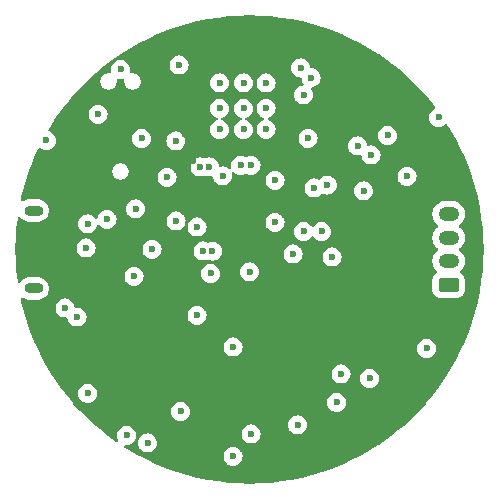
<source format=gbr>
%TF.GenerationSoftware,KiCad,Pcbnew,8.0.6-8.0.6-0~ubuntu24.04.1*%
%TF.CreationDate,2024-11-29T10:46:18-06:00*%
%TF.ProjectId,can_distance_sensor,63616e5f-6469-4737-9461-6e63655f7365,rev?*%
%TF.SameCoordinates,Original*%
%TF.FileFunction,Copper,L3,Inr*%
%TF.FilePolarity,Positive*%
%FSLAX46Y46*%
G04 Gerber Fmt 4.6, Leading zero omitted, Abs format (unit mm)*
G04 Created by KiCad (PCBNEW 8.0.6-8.0.6-0~ubuntu24.04.1) date 2024-11-29 10:46:18*
%MOMM*%
%LPD*%
G01*
G04 APERTURE LIST*
G04 Aperture macros list*
%AMRoundRect*
0 Rectangle with rounded corners*
0 $1 Rounding radius*
0 $2 $3 $4 $5 $6 $7 $8 $9 X,Y pos of 4 corners*
0 Add a 4 corners polygon primitive as box body*
4,1,4,$2,$3,$4,$5,$6,$7,$8,$9,$2,$3,0*
0 Add four circle primitives for the rounded corners*
1,1,$1+$1,$2,$3*
1,1,$1+$1,$4,$5*
1,1,$1+$1,$6,$7*
1,1,$1+$1,$8,$9*
0 Add four rect primitives between the rounded corners*
20,1,$1+$1,$2,$3,$4,$5,0*
20,1,$1+$1,$4,$5,$6,$7,0*
20,1,$1+$1,$6,$7,$8,$9,0*
20,1,$1+$1,$8,$9,$2,$3,0*%
G04 Aperture macros list end*
%TA.AperFunction,ComponentPad*%
%ADD10RoundRect,0.250000X0.625000X-0.350000X0.625000X0.350000X-0.625000X0.350000X-0.625000X-0.350000X0*%
%TD*%
%TA.AperFunction,ComponentPad*%
%ADD11O,1.750000X1.200000*%
%TD*%
%TA.AperFunction,ComponentPad*%
%ADD12O,1.600000X0.900000*%
%TD*%
%TA.AperFunction,ViaPad*%
%ADD13C,0.600000*%
%TD*%
G04 APERTURE END LIST*
D10*
%TO.N,VIN*%
%TO.C,J3*%
X210910000Y-108664000D03*
D11*
%TO.N,GND*%
X210910000Y-106664000D03*
%TO.N,Net-(J3-Pin_3)*%
X210910000Y-104664000D03*
%TO.N,Net-(J3-Pin_4)*%
X210910000Y-102664000D03*
%TD*%
D12*
%TO.N,GND*%
%TO.C,J1*%
X175768000Y-102364000D03*
X175768000Y-108964000D03*
%TD*%
D13*
%TO.N,3V3*%
X193675000Y-88773000D03*
X203200000Y-88773000D03*
%TO.N,BOOT*%
X198374000Y-90297000D03*
%TO.N,3V3*%
X186817000Y-88265000D03*
%TO.N,TOF_INT*%
X190119000Y-105791000D03*
X193294000Y-98552000D03*
%TO.N,TOF_XSHUT*%
X194183000Y-98552000D03*
X190754000Y-107696000D03*
%TO.N,GND*%
X203200000Y-96901000D03*
X183642000Y-121412000D03*
X185420000Y-122047000D03*
X188214000Y-119380000D03*
X192659000Y-123190000D03*
X194183000Y-121285000D03*
X198120000Y-120523000D03*
X209042000Y-114046000D03*
X204216000Y-116586000D03*
X201803000Y-116205000D03*
X203708000Y-100711000D03*
X199517000Y-100457000D03*
X195453000Y-95504000D03*
X193548000Y-95504000D03*
X193548000Y-91567000D03*
X191516000Y-91567000D03*
X195453000Y-91567000D03*
X195453000Y-93726000D03*
X191516000Y-93726000D03*
X191516000Y-95504000D03*
X193548000Y-93726000D03*
X187071000Y-99568000D03*
X178435000Y-110617000D03*
X180213000Y-105537000D03*
X183134000Y-90424000D03*
X181229000Y-94234000D03*
X184912000Y-96266000D03*
X207391000Y-99481702D03*
X189611000Y-103759000D03*
X201041000Y-106299000D03*
X197739000Y-106045000D03*
X194056000Y-107569000D03*
X190918802Y-105808911D03*
%TO.N,3V3*%
X208153000Y-94869000D03*
X197831090Y-97028000D03*
X192278000Y-89027000D03*
X192913000Y-88519000D03*
X190119000Y-87757000D03*
X191262000Y-88773000D03*
%TO.N,ID*%
X179451000Y-111379000D03*
X184404000Y-102235000D03*
%TO.N,3V3*%
X189230000Y-98171000D03*
X188564289Y-95912500D03*
X188341000Y-100711000D03*
%TO.N,CAN_RX*%
X198628000Y-104140000D03*
X200152000Y-104140000D03*
%TO.N,CAN_STB*%
X199009000Y-96266000D03*
X204343000Y-97663000D03*
%TO.N,Net-(R2-Pad2)*%
X205740000Y-96012000D03*
%TO.N,BOOT*%
X200643769Y-100207444D03*
%TO.N,VIN_MEAS*%
X210058000Y-94488000D03*
X199263000Y-91114500D03*
%TO.N,SWCLK*%
X189865000Y-98679000D03*
%TO.N,SWDIO*%
X187817234Y-96477303D03*
%TO.N,NRST*%
X198628000Y-92583000D03*
X188087000Y-90041000D03*
%TO.N,3V3*%
X181160179Y-97477821D03*
%TO.N,TOF_SDA*%
X187833000Y-103251000D03*
%TO.N,TOF_SCL*%
X190664990Y-98674418D03*
X191770000Y-99441000D03*
%TO.N,TOF_SCL_2V8*%
X196215000Y-99822000D03*
X196215000Y-103378000D03*
%TO.N,/Power/PRE_OUT*%
X201422000Y-118618000D03*
X192659000Y-113919000D03*
%TO.N,3V3*%
X178562000Y-114300000D03*
X181610000Y-111760000D03*
X205359000Y-104394000D03*
X205232000Y-106045000D03*
%TO.N,2V8*%
X184277000Y-107950000D03*
X180340000Y-117856000D03*
%TO.N,VCC*%
X189611000Y-111252000D03*
X181991000Y-103124000D03*
X185801000Y-105664000D03*
%TO.N,Net-(D1-A)*%
X176859163Y-96432776D03*
X180340000Y-103505000D03*
%TD*%
%TA.AperFunction,Conductor*%
%TO.N,3V3*%
G36*
X194942455Y-85864395D02*
G01*
X194947951Y-85864642D01*
X195829871Y-85924102D01*
X195835335Y-85924594D01*
X196713697Y-86023562D01*
X196719161Y-86024302D01*
X197592177Y-86162575D01*
X197597592Y-86163557D01*
X198463549Y-86340862D01*
X198468969Y-86342100D01*
X199326010Y-86558056D01*
X199331374Y-86559536D01*
X200177905Y-86813737D01*
X200183173Y-86815449D01*
X201017466Y-87107382D01*
X201022675Y-87109337D01*
X201842974Y-87438382D01*
X201848091Y-87440569D01*
X202168091Y-87585920D01*
X202652833Y-87806100D01*
X202657808Y-87808496D01*
X203229896Y-88099989D01*
X203445363Y-88209775D01*
X203450263Y-88212412D01*
X204218984Y-88648599D01*
X204223761Y-88651453D01*
X204972154Y-89121699D01*
X204976798Y-89124765D01*
X205703323Y-89628104D01*
X205707825Y-89631375D01*
X206089177Y-89921737D01*
X206346614Y-90117750D01*
X206411030Y-90166796D01*
X206415379Y-90170263D01*
X207014943Y-90670815D01*
X207093884Y-90736719D01*
X207098069Y-90740376D01*
X207633263Y-91229565D01*
X207750468Y-91336695D01*
X207754490Y-91340541D01*
X208379458Y-91965509D01*
X208383304Y-91969531D01*
X208979619Y-92621925D01*
X208983278Y-92626112D01*
X209549734Y-93304618D01*
X209553180Y-93308939D01*
X209613808Y-93388565D01*
X209755316Y-93574418D01*
X209780266Y-93639681D01*
X209765971Y-93708073D01*
X209716971Y-93757880D01*
X209710461Y-93761256D01*
X209708476Y-93762211D01*
X209555737Y-93858184D01*
X209428184Y-93985737D01*
X209332211Y-94138476D01*
X209272631Y-94308745D01*
X209272630Y-94308750D01*
X209252435Y-94487996D01*
X209252435Y-94488003D01*
X209272630Y-94667249D01*
X209272631Y-94667254D01*
X209332211Y-94837523D01*
X209428184Y-94990262D01*
X209555738Y-95117816D01*
X209708478Y-95213789D01*
X209878745Y-95273368D01*
X209878750Y-95273369D01*
X210057996Y-95293565D01*
X210058000Y-95293565D01*
X210058004Y-95293565D01*
X210237249Y-95273369D01*
X210237252Y-95273368D01*
X210237255Y-95273368D01*
X210407522Y-95213789D01*
X210560262Y-95117816D01*
X210616439Y-95061638D01*
X210677758Y-95028156D01*
X210747450Y-95033140D01*
X210803384Y-95075011D01*
X210809111Y-95083350D01*
X211068546Y-95496238D01*
X211071400Y-95501015D01*
X211507587Y-96269736D01*
X211510224Y-96274636D01*
X211911494Y-97062172D01*
X211913908Y-97067186D01*
X212279430Y-97871908D01*
X212281617Y-97877025D01*
X212610662Y-98697324D01*
X212612617Y-98702533D01*
X212904550Y-99536826D01*
X212906270Y-99542119D01*
X213160463Y-100388625D01*
X213161943Y-100393989D01*
X213377899Y-101251030D01*
X213379138Y-101256455D01*
X213556436Y-102122377D01*
X213557429Y-102127852D01*
X213695693Y-103000813D01*
X213696440Y-103006327D01*
X213795401Y-103884625D01*
X213795900Y-103890168D01*
X213855355Y-104772016D01*
X213855605Y-104777575D01*
X213875437Y-105661218D01*
X213875437Y-105666782D01*
X213855605Y-106550424D01*
X213855355Y-106555983D01*
X213795900Y-107437831D01*
X213795401Y-107443374D01*
X213696440Y-108321672D01*
X213695693Y-108327186D01*
X213557429Y-109200147D01*
X213556436Y-109205622D01*
X213379138Y-110071544D01*
X213377899Y-110076969D01*
X213161943Y-110934010D01*
X213160463Y-110939374D01*
X212906270Y-111785880D01*
X212904550Y-111791173D01*
X212612617Y-112625466D01*
X212610662Y-112630675D01*
X212281617Y-113450974D01*
X212279430Y-113456091D01*
X211913908Y-114260813D01*
X211911494Y-114265827D01*
X211510224Y-115053363D01*
X211507587Y-115058263D01*
X211071400Y-115826984D01*
X211068546Y-115831761D01*
X210598300Y-116580154D01*
X210595234Y-116584798D01*
X210091895Y-117311323D01*
X210088624Y-117315825D01*
X209553203Y-118019030D01*
X209549734Y-118023381D01*
X208983280Y-118701884D01*
X208979619Y-118706074D01*
X208383304Y-119358468D01*
X208379458Y-119362490D01*
X207754490Y-119987458D01*
X207750468Y-119991304D01*
X207098074Y-120587619D01*
X207093884Y-120591280D01*
X206415381Y-121157734D01*
X206411030Y-121161203D01*
X205707825Y-121696624D01*
X205703323Y-121699895D01*
X204976798Y-122203234D01*
X204972154Y-122206300D01*
X204223761Y-122676546D01*
X204218984Y-122679400D01*
X203450263Y-123115587D01*
X203445363Y-123118224D01*
X202657827Y-123519494D01*
X202652813Y-123521908D01*
X201848091Y-123887430D01*
X201842974Y-123889617D01*
X201022675Y-124218662D01*
X201017466Y-124220617D01*
X200183173Y-124512550D01*
X200177880Y-124514270D01*
X199331374Y-124768463D01*
X199326010Y-124769943D01*
X198468969Y-124985899D01*
X198463544Y-124987138D01*
X197597622Y-125164436D01*
X197592147Y-125165429D01*
X196719186Y-125303693D01*
X196713672Y-125304440D01*
X195835374Y-125403401D01*
X195829831Y-125403900D01*
X194947983Y-125463355D01*
X194942424Y-125463605D01*
X194058782Y-125483437D01*
X194053218Y-125483437D01*
X193169575Y-125463605D01*
X193164016Y-125463355D01*
X192282168Y-125403900D01*
X192276625Y-125403401D01*
X191398327Y-125304440D01*
X191392813Y-125303693D01*
X190519852Y-125165429D01*
X190514377Y-125164436D01*
X189648455Y-124987138D01*
X189643030Y-124985899D01*
X188785989Y-124769943D01*
X188780625Y-124768463D01*
X187934119Y-124514270D01*
X187928826Y-124512550D01*
X187094533Y-124220617D01*
X187089324Y-124218662D01*
X186269025Y-123889617D01*
X186263908Y-123887430D01*
X185459186Y-123521908D01*
X185454172Y-123519494D01*
X184807496Y-123189996D01*
X191853435Y-123189996D01*
X191853435Y-123190003D01*
X191873630Y-123369249D01*
X191873631Y-123369254D01*
X191933211Y-123539523D01*
X192029184Y-123692262D01*
X192156738Y-123819816D01*
X192247080Y-123876582D01*
X192267825Y-123889617D01*
X192309478Y-123915789D01*
X192479745Y-123975368D01*
X192479750Y-123975369D01*
X192658996Y-123995565D01*
X192659000Y-123995565D01*
X192659004Y-123995565D01*
X192838249Y-123975369D01*
X192838252Y-123975368D01*
X192838255Y-123975368D01*
X193008522Y-123915789D01*
X193161262Y-123819816D01*
X193288816Y-123692262D01*
X193384789Y-123539522D01*
X193444368Y-123369255D01*
X193444369Y-123369249D01*
X193464565Y-123190003D01*
X193464565Y-123189996D01*
X193444369Y-123010750D01*
X193444368Y-123010745D01*
X193384788Y-122840476D01*
X193342257Y-122772789D01*
X193288816Y-122687738D01*
X193161262Y-122560184D01*
X193143880Y-122549262D01*
X193008523Y-122464211D01*
X192838254Y-122404631D01*
X192838249Y-122404630D01*
X192659004Y-122384435D01*
X192658996Y-122384435D01*
X192479750Y-122404630D01*
X192479745Y-122404631D01*
X192309476Y-122464211D01*
X192156737Y-122560184D01*
X192029184Y-122687737D01*
X191933211Y-122840476D01*
X191873631Y-123010745D01*
X191873630Y-123010750D01*
X191853435Y-123189996D01*
X184807496Y-123189996D01*
X184666636Y-123118224D01*
X184661736Y-123115587D01*
X183893015Y-122679400D01*
X183888238Y-122676546D01*
X183511978Y-122440127D01*
X183465687Y-122387792D01*
X183455039Y-122318739D01*
X183483414Y-122254890D01*
X183541803Y-122216518D01*
X183591833Y-122211913D01*
X183641996Y-122217565D01*
X183642000Y-122217565D01*
X183642004Y-122217565D01*
X183821249Y-122197369D01*
X183821252Y-122197368D01*
X183821255Y-122197368D01*
X183991522Y-122137789D01*
X184136018Y-122046996D01*
X184614435Y-122046996D01*
X184614435Y-122047003D01*
X184634630Y-122226249D01*
X184634631Y-122226254D01*
X184694211Y-122396523D01*
X184736743Y-122464211D01*
X184790184Y-122549262D01*
X184917738Y-122676816D01*
X185070478Y-122772789D01*
X185240745Y-122832368D01*
X185240750Y-122832369D01*
X185419996Y-122852565D01*
X185420000Y-122852565D01*
X185420004Y-122852565D01*
X185599249Y-122832369D01*
X185599252Y-122832368D01*
X185599255Y-122832368D01*
X185769522Y-122772789D01*
X185922262Y-122676816D01*
X186049816Y-122549262D01*
X186145789Y-122396522D01*
X186205368Y-122226255D01*
X186206984Y-122211913D01*
X186225565Y-122047003D01*
X186225565Y-122046996D01*
X186205369Y-121867750D01*
X186205368Y-121867745D01*
X186177206Y-121787262D01*
X186145789Y-121697478D01*
X186145252Y-121696624D01*
X186095363Y-121617225D01*
X186049816Y-121544738D01*
X185922262Y-121417184D01*
X185769523Y-121321211D01*
X185666027Y-121284996D01*
X193377435Y-121284996D01*
X193377435Y-121285003D01*
X193397630Y-121464249D01*
X193397631Y-121464254D01*
X193457211Y-121634523D01*
X193537010Y-121761522D01*
X193553184Y-121787262D01*
X193680738Y-121914816D01*
X193833478Y-122010789D01*
X193922148Y-122041816D01*
X194003745Y-122070368D01*
X194003750Y-122070369D01*
X194182996Y-122090565D01*
X194183000Y-122090565D01*
X194183004Y-122090565D01*
X194362249Y-122070369D01*
X194362252Y-122070368D01*
X194362255Y-122070368D01*
X194532522Y-122010789D01*
X194685262Y-121914816D01*
X194812816Y-121787262D01*
X194908789Y-121634522D01*
X194968368Y-121464255D01*
X194973672Y-121417184D01*
X194988565Y-121285003D01*
X194988565Y-121284996D01*
X194968369Y-121105750D01*
X194968368Y-121105745D01*
X194953228Y-121062478D01*
X194908789Y-120935478D01*
X194892615Y-120909738D01*
X194812815Y-120782737D01*
X194685262Y-120655184D01*
X194532523Y-120559211D01*
X194429027Y-120522996D01*
X197314435Y-120522996D01*
X197314435Y-120523003D01*
X197334630Y-120702249D01*
X197334631Y-120702254D01*
X197394211Y-120872523D01*
X197433769Y-120935478D01*
X197490184Y-121025262D01*
X197617738Y-121152816D01*
X197770478Y-121248789D01*
X197873952Y-121284996D01*
X197940745Y-121308368D01*
X197940750Y-121308369D01*
X198119996Y-121328565D01*
X198120000Y-121328565D01*
X198120004Y-121328565D01*
X198299249Y-121308369D01*
X198299252Y-121308368D01*
X198299255Y-121308368D01*
X198469522Y-121248789D01*
X198622262Y-121152816D01*
X198749816Y-121025262D01*
X198845789Y-120872522D01*
X198905368Y-120702255D01*
X198913889Y-120626630D01*
X198925565Y-120523003D01*
X198925565Y-120522996D01*
X198905369Y-120343750D01*
X198905368Y-120343745D01*
X198845788Y-120173476D01*
X198803257Y-120105789D01*
X198749816Y-120020738D01*
X198622262Y-119893184D01*
X198604880Y-119882262D01*
X198469523Y-119797211D01*
X198299254Y-119737631D01*
X198299249Y-119737630D01*
X198120004Y-119717435D01*
X198119996Y-119717435D01*
X197940750Y-119737630D01*
X197940745Y-119737631D01*
X197770476Y-119797211D01*
X197617737Y-119893184D01*
X197490184Y-120020737D01*
X197394211Y-120173476D01*
X197334631Y-120343745D01*
X197334630Y-120343750D01*
X197314435Y-120522996D01*
X194429027Y-120522996D01*
X194362254Y-120499631D01*
X194362249Y-120499630D01*
X194183004Y-120479435D01*
X194182996Y-120479435D01*
X194003750Y-120499630D01*
X194003745Y-120499631D01*
X193833476Y-120559211D01*
X193680737Y-120655184D01*
X193553184Y-120782737D01*
X193457211Y-120935476D01*
X193397631Y-121105745D01*
X193397630Y-121105750D01*
X193377435Y-121284996D01*
X185666027Y-121284996D01*
X185599254Y-121261631D01*
X185599249Y-121261630D01*
X185420004Y-121241435D01*
X185419996Y-121241435D01*
X185240750Y-121261630D01*
X185240745Y-121261631D01*
X185070476Y-121321211D01*
X184917737Y-121417184D01*
X184790184Y-121544737D01*
X184694211Y-121697476D01*
X184634631Y-121867745D01*
X184634630Y-121867750D01*
X184614435Y-122046996D01*
X184136018Y-122046996D01*
X184144262Y-122041816D01*
X184271816Y-121914262D01*
X184367789Y-121761522D01*
X184427368Y-121591255D01*
X184432609Y-121544738D01*
X184447565Y-121412003D01*
X184447565Y-121411996D01*
X184427369Y-121232750D01*
X184427368Y-121232745D01*
X184402334Y-121161203D01*
X184367789Y-121062478D01*
X184271816Y-120909738D01*
X184144262Y-120782184D01*
X183991523Y-120686211D01*
X183821254Y-120626631D01*
X183821249Y-120626630D01*
X183642004Y-120606435D01*
X183641996Y-120606435D01*
X183462750Y-120626630D01*
X183462745Y-120626631D01*
X183292476Y-120686211D01*
X183139737Y-120782184D01*
X183012184Y-120909737D01*
X182916211Y-121062476D01*
X182856631Y-121232745D01*
X182856630Y-121232750D01*
X182836435Y-121411996D01*
X182836435Y-121412003D01*
X182856630Y-121591249D01*
X182856631Y-121591254D01*
X182916211Y-121761522D01*
X182916694Y-121762291D01*
X182916855Y-121762862D01*
X182919231Y-121767795D01*
X182918366Y-121768211D01*
X182935690Y-121829529D01*
X182915320Y-121896363D01*
X182862051Y-121941575D01*
X182792794Y-121950810D01*
X182741081Y-121930187D01*
X182408676Y-121699895D01*
X182404174Y-121696624D01*
X181700969Y-121161203D01*
X181696618Y-121157734D01*
X181018115Y-120591280D01*
X181013925Y-120587619D01*
X180982845Y-120559211D01*
X180361531Y-119991304D01*
X180357509Y-119987458D01*
X179750047Y-119379996D01*
X187408435Y-119379996D01*
X187408435Y-119380003D01*
X187428630Y-119559249D01*
X187428631Y-119559254D01*
X187488211Y-119729523D01*
X187530743Y-119797211D01*
X187584184Y-119882262D01*
X187711738Y-120009816D01*
X187864478Y-120105789D01*
X188034745Y-120165368D01*
X188034750Y-120165369D01*
X188213996Y-120185565D01*
X188214000Y-120185565D01*
X188214004Y-120185565D01*
X188393249Y-120165369D01*
X188393252Y-120165368D01*
X188393255Y-120165368D01*
X188563522Y-120105789D01*
X188716262Y-120009816D01*
X188843816Y-119882262D01*
X188939789Y-119729522D01*
X188999368Y-119559255D01*
X188999369Y-119559249D01*
X189019565Y-119380003D01*
X189019565Y-119379996D01*
X188999369Y-119200750D01*
X188999368Y-119200745D01*
X188971206Y-119120262D01*
X188939789Y-119030478D01*
X188843816Y-118877738D01*
X188716262Y-118750184D01*
X188563523Y-118654211D01*
X188460027Y-118617996D01*
X200616435Y-118617996D01*
X200616435Y-118618003D01*
X200636630Y-118797249D01*
X200636631Y-118797254D01*
X200696211Y-118967523D01*
X200735769Y-119030478D01*
X200792184Y-119120262D01*
X200919738Y-119247816D01*
X201072478Y-119343789D01*
X201175952Y-119379996D01*
X201242745Y-119403368D01*
X201242750Y-119403369D01*
X201421996Y-119423565D01*
X201422000Y-119423565D01*
X201422004Y-119423565D01*
X201601249Y-119403369D01*
X201601252Y-119403368D01*
X201601255Y-119403368D01*
X201771522Y-119343789D01*
X201924262Y-119247816D01*
X202051816Y-119120262D01*
X202147789Y-118967522D01*
X202207368Y-118797255D01*
X202217642Y-118706074D01*
X202227565Y-118618003D01*
X202227565Y-118617996D01*
X202207369Y-118438750D01*
X202207368Y-118438745D01*
X202147788Y-118268476D01*
X202051815Y-118115737D01*
X201924262Y-117988184D01*
X201771523Y-117892211D01*
X201601254Y-117832631D01*
X201601249Y-117832630D01*
X201422004Y-117812435D01*
X201421996Y-117812435D01*
X201242750Y-117832630D01*
X201242745Y-117832631D01*
X201072476Y-117892211D01*
X200919737Y-117988184D01*
X200792184Y-118115737D01*
X200696211Y-118268476D01*
X200636631Y-118438745D01*
X200636630Y-118438750D01*
X200616435Y-118617996D01*
X188460027Y-118617996D01*
X188393254Y-118594631D01*
X188393249Y-118594630D01*
X188214004Y-118574435D01*
X188213996Y-118574435D01*
X188034750Y-118594630D01*
X188034745Y-118594631D01*
X187864476Y-118654211D01*
X187711737Y-118750184D01*
X187584184Y-118877737D01*
X187488211Y-119030476D01*
X187428631Y-119200745D01*
X187428630Y-119200750D01*
X187408435Y-119379996D01*
X179750047Y-119379996D01*
X179732541Y-119362490D01*
X179728695Y-119358468D01*
X179215718Y-118797249D01*
X179132376Y-118706069D01*
X179128719Y-118701884D01*
X179095058Y-118661565D01*
X178562263Y-118023379D01*
X178558796Y-118019030D01*
X178434662Y-117855996D01*
X179534435Y-117855996D01*
X179534435Y-117856003D01*
X179554630Y-118035249D01*
X179554631Y-118035254D01*
X179614211Y-118205523D01*
X179653769Y-118268478D01*
X179710184Y-118358262D01*
X179837738Y-118485816D01*
X179990478Y-118581789D01*
X180093952Y-118617996D01*
X180160745Y-118641368D01*
X180160750Y-118641369D01*
X180339996Y-118661565D01*
X180340000Y-118661565D01*
X180340004Y-118661565D01*
X180519249Y-118641369D01*
X180519252Y-118641368D01*
X180519255Y-118641368D01*
X180689522Y-118581789D01*
X180842262Y-118485816D01*
X180969816Y-118358262D01*
X181065789Y-118205522D01*
X181125368Y-118035255D01*
X181126706Y-118023381D01*
X181145565Y-117856003D01*
X181145565Y-117855996D01*
X181125369Y-117676750D01*
X181125368Y-117676745D01*
X181065788Y-117506476D01*
X180980894Y-117371369D01*
X180969816Y-117353738D01*
X180842262Y-117226184D01*
X180689523Y-117130211D01*
X180519254Y-117070631D01*
X180519249Y-117070630D01*
X180340004Y-117050435D01*
X180339996Y-117050435D01*
X180160750Y-117070630D01*
X180160745Y-117070631D01*
X179990476Y-117130211D01*
X179837737Y-117226184D01*
X179710184Y-117353737D01*
X179614211Y-117506476D01*
X179554631Y-117676745D01*
X179554630Y-117676750D01*
X179534435Y-117855996D01*
X178434662Y-117855996D01*
X178023375Y-117315825D01*
X178020104Y-117311323D01*
X177516765Y-116584798D01*
X177513699Y-116580154D01*
X177277972Y-116204996D01*
X200997435Y-116204996D01*
X200997435Y-116205003D01*
X201017630Y-116384249D01*
X201017631Y-116384254D01*
X201077211Y-116554523D01*
X201173184Y-116707262D01*
X201300738Y-116834816D01*
X201453478Y-116930789D01*
X201623745Y-116990368D01*
X201623750Y-116990369D01*
X201802996Y-117010565D01*
X201803000Y-117010565D01*
X201803004Y-117010565D01*
X201982249Y-116990369D01*
X201982252Y-116990368D01*
X201982255Y-116990368D01*
X202152522Y-116930789D01*
X202305262Y-116834816D01*
X202432816Y-116707262D01*
X202509013Y-116585996D01*
X203410435Y-116585996D01*
X203410435Y-116586003D01*
X203430630Y-116765249D01*
X203430631Y-116765254D01*
X203490211Y-116935523D01*
X203562416Y-117050435D01*
X203586184Y-117088262D01*
X203713738Y-117215816D01*
X203866478Y-117311789D01*
X204036745Y-117371368D01*
X204036750Y-117371369D01*
X204215996Y-117391565D01*
X204216000Y-117391565D01*
X204216004Y-117391565D01*
X204395249Y-117371369D01*
X204395252Y-117371368D01*
X204395255Y-117371368D01*
X204565522Y-117311789D01*
X204718262Y-117215816D01*
X204845816Y-117088262D01*
X204941789Y-116935522D01*
X205001368Y-116765255D01*
X205001369Y-116765249D01*
X205021565Y-116586003D01*
X205021565Y-116585996D01*
X205001369Y-116406750D01*
X205001368Y-116406745D01*
X204941788Y-116236476D01*
X204845815Y-116083737D01*
X204718262Y-115956184D01*
X204565523Y-115860211D01*
X204395254Y-115800631D01*
X204395249Y-115800630D01*
X204216004Y-115780435D01*
X204215996Y-115780435D01*
X204036750Y-115800630D01*
X204036745Y-115800631D01*
X203866476Y-115860211D01*
X203713737Y-115956184D01*
X203586184Y-116083737D01*
X203490211Y-116236476D01*
X203430631Y-116406745D01*
X203430630Y-116406750D01*
X203410435Y-116585996D01*
X202509013Y-116585996D01*
X202528789Y-116554522D01*
X202588368Y-116384255D01*
X202588369Y-116384249D01*
X202608565Y-116205003D01*
X202608565Y-116204996D01*
X202588369Y-116025750D01*
X202588368Y-116025745D01*
X202528789Y-115855478D01*
X202512407Y-115829407D01*
X202432815Y-115702737D01*
X202305262Y-115575184D01*
X202152523Y-115479211D01*
X201982254Y-115419631D01*
X201982249Y-115419630D01*
X201803004Y-115399435D01*
X201802996Y-115399435D01*
X201623750Y-115419630D01*
X201623745Y-115419631D01*
X201453476Y-115479211D01*
X201300737Y-115575184D01*
X201173184Y-115702737D01*
X201077211Y-115855476D01*
X201017631Y-116025745D01*
X201017630Y-116025750D01*
X200997435Y-116204996D01*
X177277972Y-116204996D01*
X177043450Y-115831757D01*
X177040599Y-115826984D01*
X177025646Y-115800632D01*
X176604412Y-115058263D01*
X176601775Y-115053363D01*
X176393596Y-114644789D01*
X176200496Y-114265808D01*
X176198100Y-114260833D01*
X176042830Y-113918996D01*
X191853435Y-113918996D01*
X191853435Y-113919003D01*
X191873630Y-114098249D01*
X191873631Y-114098254D01*
X191933211Y-114268523D01*
X192013010Y-114395522D01*
X192029184Y-114421262D01*
X192156738Y-114548816D01*
X192309478Y-114644789D01*
X192398148Y-114675816D01*
X192479745Y-114704368D01*
X192479750Y-114704369D01*
X192658996Y-114724565D01*
X192659000Y-114724565D01*
X192659004Y-114724565D01*
X192838249Y-114704369D01*
X192838252Y-114704368D01*
X192838255Y-114704368D01*
X193008522Y-114644789D01*
X193161262Y-114548816D01*
X193288816Y-114421262D01*
X193384789Y-114268522D01*
X193444368Y-114098255D01*
X193444369Y-114098249D01*
X193450256Y-114045996D01*
X208236435Y-114045996D01*
X208236435Y-114046003D01*
X208256630Y-114225249D01*
X208256631Y-114225254D01*
X208316211Y-114395523D01*
X208360004Y-114465218D01*
X208412184Y-114548262D01*
X208539738Y-114675816D01*
X208692478Y-114771789D01*
X208862745Y-114831368D01*
X208862750Y-114831369D01*
X209041996Y-114851565D01*
X209042000Y-114851565D01*
X209042004Y-114851565D01*
X209221249Y-114831369D01*
X209221252Y-114831368D01*
X209221255Y-114831368D01*
X209391522Y-114771789D01*
X209544262Y-114675816D01*
X209671816Y-114548262D01*
X209767789Y-114395522D01*
X209827368Y-114225255D01*
X209827369Y-114225249D01*
X209847565Y-114046003D01*
X209847565Y-114045996D01*
X209827369Y-113866750D01*
X209827368Y-113866745D01*
X209767789Y-113696478D01*
X209671816Y-113543738D01*
X209544262Y-113416184D01*
X209391523Y-113320211D01*
X209221254Y-113260631D01*
X209221249Y-113260630D01*
X209042004Y-113240435D01*
X209041996Y-113240435D01*
X208862750Y-113260630D01*
X208862745Y-113260631D01*
X208692476Y-113320211D01*
X208539737Y-113416184D01*
X208412184Y-113543737D01*
X208316211Y-113696476D01*
X208256631Y-113866745D01*
X208256630Y-113866750D01*
X208236435Y-114045996D01*
X193450256Y-114045996D01*
X193464565Y-113919003D01*
X193464565Y-113918996D01*
X193444369Y-113739750D01*
X193444368Y-113739745D01*
X193429228Y-113696478D01*
X193384789Y-113569478D01*
X193368615Y-113543738D01*
X193288815Y-113416737D01*
X193161262Y-113289184D01*
X193008523Y-113193211D01*
X192838254Y-113133631D01*
X192838249Y-113133630D01*
X192659004Y-113113435D01*
X192658996Y-113113435D01*
X192479750Y-113133630D01*
X192479745Y-113133631D01*
X192309476Y-113193211D01*
X192156737Y-113289184D01*
X192029184Y-113416737D01*
X191933211Y-113569476D01*
X191873631Y-113739745D01*
X191873630Y-113739750D01*
X191853435Y-113918996D01*
X176042830Y-113918996D01*
X175872380Y-113543738D01*
X175832569Y-113456091D01*
X175830382Y-113450974D01*
X175501337Y-112630675D01*
X175499382Y-112625466D01*
X175207449Y-111791173D01*
X175205737Y-111785905D01*
X174951536Y-110939374D01*
X174950056Y-110934010D01*
X174870175Y-110616996D01*
X177629435Y-110616996D01*
X177629435Y-110617003D01*
X177649630Y-110796249D01*
X177649631Y-110796254D01*
X177709211Y-110966523D01*
X177805184Y-111119262D01*
X177932738Y-111246816D01*
X178085478Y-111342789D01*
X178188952Y-111378996D01*
X178255745Y-111402368D01*
X178255750Y-111402369D01*
X178434996Y-111422565D01*
X178435000Y-111422565D01*
X178435004Y-111422565D01*
X178524423Y-111412490D01*
X178593244Y-111424545D01*
X178644624Y-111471894D01*
X178661526Y-111521824D01*
X178665630Y-111558249D01*
X178725210Y-111728521D01*
X178764577Y-111791173D01*
X178821184Y-111881262D01*
X178948738Y-112008816D01*
X179101478Y-112104789D01*
X179271745Y-112164368D01*
X179271750Y-112164369D01*
X179450996Y-112184565D01*
X179451000Y-112184565D01*
X179451004Y-112184565D01*
X179630249Y-112164369D01*
X179630252Y-112164368D01*
X179630255Y-112164368D01*
X179800522Y-112104789D01*
X179953262Y-112008816D01*
X180080816Y-111881262D01*
X180176789Y-111728522D01*
X180236368Y-111558255D01*
X180240473Y-111521824D01*
X180256565Y-111379003D01*
X180256565Y-111378996D01*
X180242256Y-111251996D01*
X188805435Y-111251996D01*
X188805435Y-111252003D01*
X188825630Y-111431249D01*
X188825631Y-111431254D01*
X188885211Y-111601523D01*
X188965010Y-111728521D01*
X188981184Y-111754262D01*
X189108738Y-111881816D01*
X189261478Y-111977789D01*
X189350148Y-112008816D01*
X189431745Y-112037368D01*
X189431750Y-112037369D01*
X189610996Y-112057565D01*
X189611000Y-112057565D01*
X189611004Y-112057565D01*
X189790249Y-112037369D01*
X189790252Y-112037368D01*
X189790255Y-112037368D01*
X189960522Y-111977789D01*
X190113262Y-111881816D01*
X190240816Y-111754262D01*
X190336789Y-111601522D01*
X190396368Y-111431255D01*
X190397347Y-111422565D01*
X190416565Y-111252003D01*
X190416565Y-111251996D01*
X190396369Y-111072750D01*
X190396368Y-111072745D01*
X190381228Y-111029478D01*
X190336789Y-110902478D01*
X190320615Y-110876738D01*
X190297582Y-110840080D01*
X190240816Y-110749738D01*
X190113262Y-110622184D01*
X189960523Y-110526211D01*
X189790254Y-110466631D01*
X189790249Y-110466630D01*
X189611004Y-110446435D01*
X189610996Y-110446435D01*
X189431750Y-110466630D01*
X189431745Y-110466631D01*
X189261476Y-110526211D01*
X189108737Y-110622184D01*
X188981184Y-110749737D01*
X188885211Y-110902476D01*
X188825631Y-111072745D01*
X188825630Y-111072750D01*
X188805435Y-111251996D01*
X180242256Y-111251996D01*
X180236369Y-111199750D01*
X180236368Y-111199745D01*
X180208206Y-111119262D01*
X180176789Y-111029478D01*
X180080816Y-110876738D01*
X179953262Y-110749184D01*
X179800523Y-110653211D01*
X179630254Y-110593631D01*
X179630249Y-110593630D01*
X179451004Y-110573435D01*
X179450996Y-110573435D01*
X179361575Y-110583510D01*
X179292753Y-110571455D01*
X179241374Y-110524106D01*
X179224472Y-110474174D01*
X179220368Y-110437745D01*
X179160789Y-110267478D01*
X179064816Y-110114738D01*
X178937262Y-109987184D01*
X178784523Y-109891211D01*
X178614254Y-109831631D01*
X178614249Y-109831630D01*
X178435004Y-109811435D01*
X178434996Y-109811435D01*
X178255750Y-109831630D01*
X178255745Y-109831631D01*
X178085476Y-109891211D01*
X177932737Y-109987184D01*
X177805184Y-110114737D01*
X177709211Y-110267476D01*
X177649631Y-110437745D01*
X177649630Y-110437750D01*
X177629435Y-110616996D01*
X174870175Y-110616996D01*
X174832287Y-110466632D01*
X174734098Y-110076963D01*
X174732861Y-110071544D01*
X174693247Y-109878069D01*
X174699084Y-109808444D01*
X174741637Y-109753027D01*
X174807396Y-109729413D01*
X174875482Y-109745099D01*
X174883615Y-109750092D01*
X174967769Y-109806322D01*
X175140749Y-109877973D01*
X175324379Y-109914499D01*
X175324383Y-109914500D01*
X175324384Y-109914500D01*
X176211617Y-109914500D01*
X176211618Y-109914499D01*
X176395251Y-109877973D01*
X176568231Y-109806322D01*
X176723908Y-109702302D01*
X176856302Y-109569908D01*
X176960322Y-109414231D01*
X177031973Y-109241251D01*
X177068500Y-109057616D01*
X177068500Y-108870384D01*
X177031973Y-108686749D01*
X176960322Y-108513769D01*
X176960321Y-108513768D01*
X176960318Y-108513762D01*
X176856302Y-108358092D01*
X176856299Y-108358088D01*
X176723911Y-108225700D01*
X176723907Y-108225697D01*
X176568237Y-108121681D01*
X176568228Y-108121676D01*
X176395251Y-108050027D01*
X176395243Y-108050025D01*
X176211620Y-108013500D01*
X176211616Y-108013500D01*
X175324384Y-108013500D01*
X175324379Y-108013500D01*
X175140756Y-108050025D01*
X175140748Y-108050027D01*
X174967771Y-108121676D01*
X174967762Y-108121681D01*
X174812092Y-108225697D01*
X174812088Y-108225700D01*
X174679700Y-108358088D01*
X174679697Y-108358092D01*
X174646748Y-108407404D01*
X174593135Y-108452209D01*
X174523810Y-108460916D01*
X174460783Y-108430761D01*
X174424064Y-108371318D01*
X174421173Y-108357913D01*
X174420612Y-108354369D01*
X174416300Y-108327149D01*
X174415562Y-108321697D01*
X174373681Y-107949996D01*
X183471435Y-107949996D01*
X183471435Y-107950003D01*
X183491630Y-108129249D01*
X183491631Y-108129254D01*
X183551211Y-108299523D01*
X183633674Y-108430761D01*
X183647184Y-108452262D01*
X183774738Y-108579816D01*
X183927478Y-108675789D01*
X184097745Y-108735368D01*
X184097750Y-108735369D01*
X184276996Y-108755565D01*
X184277000Y-108755565D01*
X184277004Y-108755565D01*
X184456249Y-108735369D01*
X184456252Y-108735368D01*
X184456255Y-108735368D01*
X184626522Y-108675789D01*
X184779262Y-108579816D01*
X184906816Y-108452262D01*
X185002789Y-108299522D01*
X185062368Y-108129255D01*
X185062369Y-108129249D01*
X185082565Y-107950003D01*
X185082565Y-107949996D01*
X185062369Y-107770750D01*
X185062368Y-107770745D01*
X185036215Y-107696003D01*
X185036213Y-107695996D01*
X189948435Y-107695996D01*
X189948435Y-107696003D01*
X189968630Y-107875249D01*
X189968631Y-107875254D01*
X190028211Y-108045523D01*
X190076063Y-108121678D01*
X190124184Y-108198262D01*
X190251738Y-108325816D01*
X190404478Y-108421789D01*
X190491565Y-108452262D01*
X190574745Y-108481368D01*
X190574750Y-108481369D01*
X190753996Y-108501565D01*
X190754000Y-108501565D01*
X190754004Y-108501565D01*
X190933249Y-108481369D01*
X190933252Y-108481368D01*
X190933255Y-108481368D01*
X191103522Y-108421789D01*
X191256262Y-108325816D01*
X191383816Y-108198262D01*
X191479789Y-108045522D01*
X191539368Y-107875255D01*
X191542738Y-107845344D01*
X191559565Y-107696003D01*
X191559565Y-107695996D01*
X191545256Y-107568996D01*
X193250435Y-107568996D01*
X193250435Y-107569003D01*
X193270630Y-107748249D01*
X193270631Y-107748254D01*
X193330211Y-107918523D01*
X193410010Y-108045522D01*
X193426184Y-108071262D01*
X193553738Y-108198816D01*
X193596524Y-108225700D01*
X193657450Y-108263983D01*
X193706478Y-108294789D01*
X193799069Y-108327188D01*
X193876745Y-108354368D01*
X193876750Y-108354369D01*
X194055996Y-108374565D01*
X194056000Y-108374565D01*
X194056004Y-108374565D01*
X194235249Y-108354369D01*
X194235252Y-108354368D01*
X194235255Y-108354368D01*
X194405522Y-108294789D01*
X194558262Y-108198816D01*
X194685816Y-108071262D01*
X194781789Y-107918522D01*
X194841368Y-107748255D01*
X194841369Y-107748249D01*
X194861565Y-107569003D01*
X194861565Y-107568996D01*
X194841369Y-107389750D01*
X194841368Y-107389745D01*
X194826228Y-107346478D01*
X194781789Y-107219478D01*
X194765615Y-107193738D01*
X194698200Y-107086447D01*
X194685816Y-107066738D01*
X194558262Y-106939184D01*
X194405523Y-106843211D01*
X194235254Y-106783631D01*
X194235249Y-106783630D01*
X194056004Y-106763435D01*
X194055996Y-106763435D01*
X193876750Y-106783630D01*
X193876745Y-106783631D01*
X193706476Y-106843211D01*
X193553737Y-106939184D01*
X193426184Y-107066737D01*
X193330211Y-107219476D01*
X193270631Y-107389745D01*
X193270630Y-107389750D01*
X193250435Y-107568996D01*
X191545256Y-107568996D01*
X191539369Y-107516750D01*
X191539368Y-107516745D01*
X191511755Y-107437831D01*
X191479789Y-107346478D01*
X191463267Y-107320184D01*
X191440582Y-107284080D01*
X191383816Y-107193738D01*
X191256262Y-107066184D01*
X191103523Y-106970211D01*
X190933254Y-106910631D01*
X190933249Y-106910630D01*
X190754004Y-106890435D01*
X190753996Y-106890435D01*
X190574750Y-106910630D01*
X190574745Y-106910631D01*
X190404476Y-106970211D01*
X190251737Y-107066184D01*
X190124184Y-107193737D01*
X190028211Y-107346476D01*
X189968631Y-107516745D01*
X189968630Y-107516750D01*
X189948435Y-107695996D01*
X185036213Y-107695996D01*
X185002789Y-107600478D01*
X184906816Y-107447738D01*
X184779262Y-107320184D01*
X184626523Y-107224211D01*
X184456254Y-107164631D01*
X184456249Y-107164630D01*
X184277004Y-107144435D01*
X184276996Y-107144435D01*
X184097750Y-107164630D01*
X184097745Y-107164631D01*
X183927476Y-107224211D01*
X183774737Y-107320184D01*
X183647184Y-107447737D01*
X183551211Y-107600476D01*
X183491631Y-107770745D01*
X183491630Y-107770750D01*
X183471435Y-107949996D01*
X174373681Y-107949996D01*
X174316594Y-107443335D01*
X174316102Y-107437871D01*
X174256642Y-106555951D01*
X174256395Y-106550455D01*
X174236562Y-105666762D01*
X174236562Y-105661218D01*
X174239350Y-105536996D01*
X179407435Y-105536996D01*
X179407435Y-105537003D01*
X179427630Y-105716249D01*
X179427631Y-105716254D01*
X179487211Y-105886523D01*
X179551078Y-105988166D01*
X179583184Y-106039262D01*
X179710738Y-106166816D01*
X179801080Y-106223582D01*
X179829679Y-106241552D01*
X179863478Y-106262789D01*
X179952148Y-106293816D01*
X180033745Y-106322368D01*
X180033750Y-106322369D01*
X180212996Y-106342565D01*
X180213000Y-106342565D01*
X180213004Y-106342565D01*
X180392249Y-106322369D01*
X180392252Y-106322368D01*
X180392255Y-106322368D01*
X180562522Y-106262789D01*
X180715262Y-106166816D01*
X180842816Y-106039262D01*
X180938789Y-105886522D01*
X180998368Y-105716255D01*
X181000709Y-105695478D01*
X181004256Y-105663996D01*
X184995435Y-105663996D01*
X184995435Y-105664003D01*
X185015630Y-105843249D01*
X185015631Y-105843254D01*
X185075211Y-106013523D01*
X185155010Y-106140522D01*
X185171184Y-106166262D01*
X185298738Y-106293816D01*
X185451478Y-106389789D01*
X185540148Y-106420816D01*
X185621745Y-106449368D01*
X185621750Y-106449369D01*
X185800996Y-106469565D01*
X185801000Y-106469565D01*
X185801004Y-106469565D01*
X185980249Y-106449369D01*
X185980252Y-106449368D01*
X185980255Y-106449368D01*
X186150522Y-106389789D01*
X186303262Y-106293816D01*
X186430816Y-106166262D01*
X186526789Y-106013522D01*
X186586368Y-105843255D01*
X186586369Y-105843249D01*
X186592256Y-105790996D01*
X189313435Y-105790996D01*
X189313435Y-105791003D01*
X189333630Y-105970249D01*
X189333631Y-105970254D01*
X189393211Y-106140523D01*
X189489184Y-106293262D01*
X189616738Y-106420816D01*
X189769478Y-106516789D01*
X189873532Y-106553199D01*
X189939745Y-106576368D01*
X189939750Y-106576369D01*
X190118996Y-106596565D01*
X190119000Y-106596565D01*
X190119004Y-106596565D01*
X190298249Y-106576369D01*
X190298251Y-106576368D01*
X190298255Y-106576368D01*
X190298258Y-106576366D01*
X190298262Y-106576366D01*
X190458565Y-106520273D01*
X190528344Y-106516710D01*
X190565493Y-106532321D01*
X190569277Y-106534699D01*
X190739547Y-106594279D01*
X190739552Y-106594280D01*
X190918798Y-106614476D01*
X190918802Y-106614476D01*
X190918806Y-106614476D01*
X191098051Y-106594280D01*
X191098054Y-106594279D01*
X191098057Y-106594279D01*
X191268324Y-106534700D01*
X191421064Y-106438727D01*
X191548618Y-106311173D01*
X191644591Y-106158433D01*
X191684284Y-106044996D01*
X196933435Y-106044996D01*
X196933435Y-106045003D01*
X196953630Y-106224249D01*
X196953631Y-106224254D01*
X197013211Y-106394523D01*
X197092226Y-106520273D01*
X197109184Y-106547262D01*
X197236738Y-106674816D01*
X197389478Y-106770789D01*
X197476565Y-106801262D01*
X197559745Y-106830368D01*
X197559750Y-106830369D01*
X197738996Y-106850565D01*
X197739000Y-106850565D01*
X197739004Y-106850565D01*
X197918249Y-106830369D01*
X197918252Y-106830368D01*
X197918255Y-106830368D01*
X198088522Y-106770789D01*
X198241262Y-106674816D01*
X198368816Y-106547262D01*
X198464789Y-106394522D01*
X198498215Y-106298996D01*
X200235435Y-106298996D01*
X200235435Y-106299003D01*
X200255630Y-106478249D01*
X200255631Y-106478254D01*
X200315211Y-106648523D01*
X200400105Y-106783630D01*
X200411184Y-106801262D01*
X200538738Y-106928816D01*
X200691478Y-107024789D01*
X200861745Y-107084368D01*
X200861750Y-107084369D01*
X201040996Y-107104565D01*
X201041000Y-107104565D01*
X201041004Y-107104565D01*
X201220249Y-107084369D01*
X201220252Y-107084368D01*
X201220255Y-107084368D01*
X201390522Y-107024789D01*
X201543262Y-106928816D01*
X201670816Y-106801262D01*
X201766789Y-106648522D01*
X201826368Y-106478255D01*
X201834475Y-106406302D01*
X201846565Y-106299003D01*
X201846565Y-106298996D01*
X201826369Y-106119750D01*
X201826368Y-106119745D01*
X201800215Y-106045003D01*
X201766789Y-105949478D01*
X201765275Y-105947069D01*
X201714176Y-105865745D01*
X201670816Y-105796738D01*
X201543262Y-105669184D01*
X201539439Y-105666782D01*
X201390523Y-105573211D01*
X201220254Y-105513631D01*
X201220249Y-105513630D01*
X201041004Y-105493435D01*
X201040996Y-105493435D01*
X200861750Y-105513630D01*
X200861745Y-105513631D01*
X200691476Y-105573211D01*
X200538737Y-105669184D01*
X200411184Y-105796737D01*
X200315211Y-105949476D01*
X200255631Y-106119745D01*
X200255630Y-106119750D01*
X200235435Y-106298996D01*
X198498215Y-106298996D01*
X198524368Y-106224255D01*
X198530840Y-106166815D01*
X198544565Y-106045003D01*
X198544565Y-106044996D01*
X198524369Y-105865750D01*
X198524368Y-105865745D01*
X198516496Y-105843249D01*
X198464789Y-105695478D01*
X198448267Y-105669184D01*
X198387963Y-105573211D01*
X198368816Y-105542738D01*
X198241262Y-105415184D01*
X198186744Y-105380928D01*
X198088523Y-105319211D01*
X197918254Y-105259631D01*
X197918249Y-105259630D01*
X197739004Y-105239435D01*
X197738996Y-105239435D01*
X197559750Y-105259630D01*
X197559745Y-105259631D01*
X197389476Y-105319211D01*
X197236737Y-105415184D01*
X197109184Y-105542737D01*
X197013211Y-105695476D01*
X196953631Y-105865745D01*
X196953630Y-105865750D01*
X196933435Y-106044996D01*
X191684284Y-106044996D01*
X191704170Y-105988166D01*
X191706188Y-105970255D01*
X191724367Y-105808914D01*
X191724367Y-105808907D01*
X191704171Y-105629661D01*
X191704170Y-105629656D01*
X191644590Y-105459387D01*
X191548617Y-105306648D01*
X191421064Y-105179095D01*
X191268325Y-105083122D01*
X191098056Y-105023542D01*
X191098051Y-105023541D01*
X190918806Y-105003346D01*
X190918798Y-105003346D01*
X190739552Y-105023541D01*
X190739544Y-105023543D01*
X190579234Y-105079638D01*
X190509455Y-105083199D01*
X190472310Y-105067591D01*
X190468519Y-105065209D01*
X190298262Y-105005633D01*
X190298249Y-105005630D01*
X190119004Y-104985435D01*
X190118996Y-104985435D01*
X189939750Y-105005630D01*
X189939745Y-105005631D01*
X189769476Y-105065211D01*
X189616737Y-105161184D01*
X189489184Y-105288737D01*
X189393211Y-105441476D01*
X189333631Y-105611745D01*
X189333630Y-105611750D01*
X189313435Y-105790996D01*
X186592256Y-105790996D01*
X186606565Y-105664003D01*
X186606565Y-105663996D01*
X186586369Y-105484750D01*
X186586368Y-105484745D01*
X186571228Y-105441478D01*
X186526789Y-105314478D01*
X186510615Y-105288738D01*
X186479636Y-105239435D01*
X186430816Y-105161738D01*
X186303262Y-105034184D01*
X186286324Y-105023541D01*
X186150523Y-104938211D01*
X185980254Y-104878631D01*
X185980249Y-104878630D01*
X185801004Y-104858435D01*
X185800996Y-104858435D01*
X185621750Y-104878630D01*
X185621745Y-104878631D01*
X185451476Y-104938211D01*
X185298737Y-105034184D01*
X185171184Y-105161737D01*
X185075211Y-105314476D01*
X185015631Y-105484745D01*
X185015630Y-105484750D01*
X184995435Y-105663996D01*
X181004256Y-105663996D01*
X181018565Y-105537003D01*
X181018565Y-105536996D01*
X180998369Y-105357750D01*
X180998368Y-105357745D01*
X180983228Y-105314478D01*
X180938789Y-105187478D01*
X180922615Y-105161738D01*
X180873218Y-105083122D01*
X180842816Y-105034738D01*
X180715262Y-104907184D01*
X180669822Y-104878632D01*
X180562523Y-104811211D01*
X180392254Y-104751631D01*
X180392249Y-104751630D01*
X180213004Y-104731435D01*
X180212996Y-104731435D01*
X180033750Y-104751630D01*
X180033745Y-104751631D01*
X179863476Y-104811211D01*
X179710737Y-104907184D01*
X179583184Y-105034737D01*
X179487211Y-105187476D01*
X179427631Y-105357745D01*
X179427630Y-105357750D01*
X179407435Y-105536996D01*
X174239350Y-105536996D01*
X174256395Y-104777542D01*
X174256642Y-104772050D01*
X174316102Y-103890124D01*
X174316594Y-103884668D01*
X174359373Y-103504996D01*
X179534435Y-103504996D01*
X179534435Y-103505003D01*
X179554630Y-103684249D01*
X179554631Y-103684254D01*
X179614211Y-103854523D01*
X179710184Y-104007262D01*
X179837738Y-104134816D01*
X179990478Y-104230789D01*
X180077565Y-104261262D01*
X180160745Y-104290368D01*
X180160750Y-104290369D01*
X180339996Y-104310565D01*
X180340000Y-104310565D01*
X180340004Y-104310565D01*
X180519249Y-104290369D01*
X180519252Y-104290368D01*
X180519255Y-104290368D01*
X180689522Y-104230789D01*
X180842262Y-104134816D01*
X180969816Y-104007262D01*
X181065789Y-103854522D01*
X181125368Y-103684255D01*
X181127087Y-103668991D01*
X181154152Y-103604578D01*
X181211746Y-103565022D01*
X181281583Y-103562882D01*
X181341490Y-103598838D01*
X181355300Y-103616897D01*
X181361184Y-103626262D01*
X181488738Y-103753816D01*
X181641478Y-103849789D01*
X181730148Y-103880816D01*
X181811745Y-103909368D01*
X181811750Y-103909369D01*
X181990996Y-103929565D01*
X181991000Y-103929565D01*
X181991004Y-103929565D01*
X182170249Y-103909369D01*
X182170252Y-103909368D01*
X182170255Y-103909368D01*
X182340522Y-103849789D01*
X182493262Y-103753816D01*
X182620816Y-103626262D01*
X182716789Y-103473522D01*
X182776368Y-103303255D01*
X182776369Y-103303249D01*
X182782256Y-103250996D01*
X187027435Y-103250996D01*
X187027435Y-103251003D01*
X187047630Y-103430249D01*
X187047631Y-103430254D01*
X187107211Y-103600523D01*
X187159820Y-103684249D01*
X187203184Y-103753262D01*
X187330738Y-103880816D01*
X187376178Y-103909368D01*
X187436180Y-103947070D01*
X187483478Y-103976789D01*
X187572148Y-104007816D01*
X187653745Y-104036368D01*
X187653750Y-104036369D01*
X187832996Y-104056565D01*
X187833000Y-104056565D01*
X187833004Y-104056565D01*
X188012249Y-104036369D01*
X188012252Y-104036368D01*
X188012255Y-104036368D01*
X188182522Y-103976789D01*
X188335262Y-103880816D01*
X188457082Y-103758996D01*
X188805435Y-103758996D01*
X188805435Y-103759003D01*
X188825630Y-103938249D01*
X188825631Y-103938254D01*
X188885211Y-104108523D01*
X188968799Y-104241552D01*
X188981184Y-104261262D01*
X189108738Y-104388816D01*
X189261478Y-104484789D01*
X189425121Y-104542050D01*
X189431745Y-104544368D01*
X189431750Y-104544369D01*
X189610996Y-104564565D01*
X189611000Y-104564565D01*
X189611004Y-104564565D01*
X189790249Y-104544369D01*
X189790252Y-104544368D01*
X189790255Y-104544368D01*
X189960522Y-104484789D01*
X190113262Y-104388816D01*
X190240816Y-104261262D01*
X190336789Y-104108522D01*
X190396368Y-103938255D01*
X190399623Y-103909368D01*
X190416565Y-103759003D01*
X190416565Y-103758996D01*
X190396369Y-103579750D01*
X190396368Y-103579745D01*
X190377000Y-103524395D01*
X190336789Y-103409478D01*
X190318850Y-103380929D01*
X190317007Y-103377996D01*
X195409435Y-103377996D01*
X195409435Y-103378003D01*
X195429630Y-103557249D01*
X195429631Y-103557254D01*
X195489211Y-103727523D01*
X195569010Y-103854522D01*
X195585184Y-103880262D01*
X195712738Y-104007816D01*
X195865478Y-104103789D01*
X195954148Y-104134816D01*
X196035745Y-104163368D01*
X196035750Y-104163369D01*
X196214996Y-104183565D01*
X196215000Y-104183565D01*
X196215004Y-104183565D01*
X196394249Y-104163369D01*
X196394252Y-104163368D01*
X196394255Y-104163368D01*
X196461048Y-104139996D01*
X197822435Y-104139996D01*
X197822435Y-104140003D01*
X197842630Y-104319249D01*
X197842631Y-104319254D01*
X197902211Y-104489523D01*
X197970994Y-104598989D01*
X197998184Y-104642262D01*
X198125738Y-104769816D01*
X198278478Y-104865789D01*
X198396778Y-104907184D01*
X198448745Y-104925368D01*
X198448750Y-104925369D01*
X198627996Y-104945565D01*
X198628000Y-104945565D01*
X198628004Y-104945565D01*
X198807249Y-104925369D01*
X198807252Y-104925368D01*
X198807255Y-104925368D01*
X198977522Y-104865789D01*
X199130262Y-104769816D01*
X199257816Y-104642262D01*
X199285006Y-104598988D01*
X199337341Y-104552698D01*
X199406394Y-104542050D01*
X199470243Y-104570425D01*
X199494993Y-104598987D01*
X199522184Y-104642262D01*
X199649738Y-104769816D01*
X199802478Y-104865789D01*
X199920778Y-104907184D01*
X199972745Y-104925368D01*
X199972750Y-104925369D01*
X200151996Y-104945565D01*
X200152000Y-104945565D01*
X200152004Y-104945565D01*
X200331249Y-104925369D01*
X200331252Y-104925368D01*
X200331255Y-104925368D01*
X200501522Y-104865789D01*
X200654262Y-104769816D01*
X200781816Y-104642262D01*
X200877789Y-104489522D01*
X200937368Y-104319255D01*
X200940623Y-104290368D01*
X200957565Y-104140003D01*
X200957565Y-104139996D01*
X200937369Y-103960750D01*
X200937368Y-103960745D01*
X200910732Y-103884625D01*
X200877789Y-103790478D01*
X200852619Y-103750421D01*
X200813791Y-103688626D01*
X200781816Y-103637738D01*
X200654262Y-103510184D01*
X200501523Y-103414211D01*
X200331254Y-103354631D01*
X200331249Y-103354630D01*
X200152004Y-103334435D01*
X200151996Y-103334435D01*
X199972750Y-103354630D01*
X199972745Y-103354631D01*
X199802476Y-103414211D01*
X199649737Y-103510184D01*
X199522184Y-103637737D01*
X199522182Y-103637740D01*
X199494993Y-103681011D01*
X199442658Y-103727302D01*
X199373605Y-103737949D01*
X199309756Y-103709574D01*
X199285007Y-103681011D01*
X199257817Y-103637740D01*
X199257815Y-103637737D01*
X199130262Y-103510184D01*
X198977523Y-103414211D01*
X198807254Y-103354631D01*
X198807249Y-103354630D01*
X198628004Y-103334435D01*
X198627996Y-103334435D01*
X198448750Y-103354630D01*
X198448745Y-103354631D01*
X198278476Y-103414211D01*
X198125737Y-103510184D01*
X197998184Y-103637737D01*
X197902211Y-103790476D01*
X197842631Y-103960745D01*
X197842630Y-103960750D01*
X197822435Y-104139996D01*
X196461048Y-104139996D01*
X196564522Y-104103789D01*
X196717262Y-104007816D01*
X196844816Y-103880262D01*
X196940789Y-103727522D01*
X197000368Y-103557255D01*
X197002216Y-103540855D01*
X197020565Y-103378003D01*
X197020565Y-103377996D01*
X197000369Y-103198750D01*
X197000368Y-103198745D01*
X196985228Y-103155478D01*
X196940789Y-103028478D01*
X196925134Y-103003564D01*
X196898257Y-102960789D01*
X196844816Y-102875738D01*
X196717262Y-102748184D01*
X196671822Y-102719632D01*
X196564523Y-102652211D01*
X196394254Y-102592631D01*
X196394249Y-102592630D01*
X196258974Y-102577389D01*
X209534500Y-102577389D01*
X209534500Y-102750610D01*
X209561422Y-102920594D01*
X209561598Y-102921701D01*
X209615127Y-103086445D01*
X209693768Y-103240788D01*
X209795586Y-103380928D01*
X209918072Y-103503414D01*
X209920255Y-103505000D01*
X210001023Y-103563683D01*
X210043689Y-103619013D01*
X210049667Y-103688626D01*
X210017061Y-103750421D01*
X210001023Y-103764317D01*
X209918078Y-103824581D01*
X209918069Y-103824588D01*
X209795588Y-103947069D01*
X209795588Y-103947070D01*
X209795586Y-103947072D01*
X209751859Y-104007256D01*
X209693768Y-104087211D01*
X209615128Y-104241552D01*
X209561597Y-104406302D01*
X209540097Y-104542050D01*
X209534500Y-104577389D01*
X209534500Y-104750611D01*
X209534662Y-104751631D01*
X209559298Y-104907184D01*
X209561598Y-104921701D01*
X209615127Y-105086445D01*
X209693768Y-105240788D01*
X209795586Y-105380928D01*
X209918072Y-105503414D01*
X209932136Y-105513632D01*
X210001023Y-105563683D01*
X210043689Y-105619013D01*
X210049667Y-105688626D01*
X210017061Y-105750421D01*
X210001023Y-105764317D01*
X209918078Y-105824581D01*
X209918069Y-105824588D01*
X209795588Y-105947069D01*
X209795588Y-105947070D01*
X209795586Y-105947072D01*
X209751859Y-106007256D01*
X209693768Y-106087211D01*
X209615128Y-106241552D01*
X209561597Y-106406302D01*
X209534500Y-106577389D01*
X209534500Y-106750610D01*
X209559844Y-106910631D01*
X209561598Y-106921701D01*
X209615127Y-107086445D01*
X209693768Y-107240788D01*
X209795586Y-107380928D01*
X209795588Y-107380930D01*
X209903127Y-107488469D01*
X209936612Y-107549792D01*
X209931628Y-107619484D01*
X209889756Y-107675417D01*
X209880544Y-107681688D01*
X209816344Y-107721287D01*
X209692289Y-107845342D01*
X209600187Y-107994663D01*
X209600185Y-107994668D01*
X209581842Y-108050025D01*
X209545001Y-108161203D01*
X209545001Y-108161204D01*
X209545000Y-108161204D01*
X209534500Y-108263983D01*
X209534500Y-109064001D01*
X209534501Y-109064019D01*
X209545000Y-109166796D01*
X209545001Y-109166799D01*
X209582613Y-109280302D01*
X209600186Y-109333334D01*
X209692288Y-109482656D01*
X209816344Y-109606712D01*
X209965666Y-109698814D01*
X210132203Y-109753999D01*
X210234991Y-109764500D01*
X211585008Y-109764499D01*
X211687797Y-109753999D01*
X211854334Y-109698814D01*
X212003656Y-109606712D01*
X212127712Y-109482656D01*
X212219814Y-109333334D01*
X212274999Y-109166797D01*
X212285500Y-109064009D01*
X212285499Y-108263992D01*
X212281587Y-108225700D01*
X212274999Y-108161203D01*
X212274998Y-108161200D01*
X212245195Y-108071262D01*
X212219814Y-107994666D01*
X212127712Y-107845344D01*
X212003656Y-107721288D01*
X212003652Y-107721285D01*
X211939456Y-107681688D01*
X211892731Y-107629740D01*
X211881510Y-107560777D01*
X211909353Y-107496695D01*
X211916850Y-107488491D01*
X212024414Y-107380928D01*
X212126232Y-107240788D01*
X212204873Y-107086445D01*
X212258402Y-106921701D01*
X212285500Y-106750611D01*
X212285500Y-106577389D01*
X212258402Y-106406299D01*
X212204873Y-106241555D01*
X212126232Y-106087212D01*
X212024414Y-105947072D01*
X211901928Y-105824586D01*
X211818975Y-105764317D01*
X211776311Y-105708988D01*
X211770332Y-105639374D01*
X211802938Y-105577579D01*
X211818976Y-105563682D01*
X211901928Y-105503414D01*
X212024414Y-105380928D01*
X212126232Y-105240788D01*
X212204873Y-105086445D01*
X212258402Y-104921701D01*
X212285500Y-104750611D01*
X212285500Y-104577389D01*
X212258402Y-104406299D01*
X212204873Y-104241555D01*
X212126232Y-104087212D01*
X212024414Y-103947072D01*
X211901928Y-103824586D01*
X211818975Y-103764317D01*
X211776311Y-103708988D01*
X211770332Y-103639374D01*
X211802938Y-103577579D01*
X211818976Y-103563682D01*
X211901928Y-103503414D01*
X212024414Y-103380928D01*
X212126232Y-103240788D01*
X212204873Y-103086445D01*
X212258402Y-102921701D01*
X212285500Y-102750611D01*
X212285500Y-102577389D01*
X212258402Y-102406299D01*
X212204873Y-102241555D01*
X212126232Y-102087212D01*
X212024414Y-101947072D01*
X211901928Y-101824586D01*
X211761788Y-101722768D01*
X211607445Y-101644127D01*
X211442701Y-101590598D01*
X211442699Y-101590597D01*
X211442698Y-101590597D01*
X211311271Y-101569781D01*
X211271611Y-101563500D01*
X210548389Y-101563500D01*
X210508728Y-101569781D01*
X210377302Y-101590597D01*
X210212552Y-101644128D01*
X210058211Y-101722768D01*
X209978256Y-101780859D01*
X209918072Y-101824586D01*
X209918070Y-101824588D01*
X209918069Y-101824588D01*
X209795588Y-101947069D01*
X209795588Y-101947070D01*
X209795586Y-101947072D01*
X209751859Y-102007256D01*
X209693768Y-102087211D01*
X209615128Y-102241552D01*
X209561597Y-102406302D01*
X209534500Y-102577389D01*
X196258974Y-102577389D01*
X196215004Y-102572435D01*
X196214996Y-102572435D01*
X196035750Y-102592630D01*
X196035745Y-102592631D01*
X195865476Y-102652211D01*
X195712737Y-102748184D01*
X195585184Y-102875737D01*
X195489211Y-103028476D01*
X195429631Y-103198745D01*
X195429630Y-103198750D01*
X195409435Y-103377996D01*
X190317007Y-103377996D01*
X190277110Y-103314499D01*
X190240816Y-103256738D01*
X190113262Y-103129184D01*
X189960523Y-103033211D01*
X189790254Y-102973631D01*
X189790249Y-102973630D01*
X189611004Y-102953435D01*
X189610996Y-102953435D01*
X189431750Y-102973630D01*
X189431745Y-102973631D01*
X189261476Y-103033211D01*
X189108737Y-103129184D01*
X188981184Y-103256737D01*
X188885209Y-103409479D01*
X188858571Y-103485606D01*
X188818943Y-103540855D01*
X188826308Y-103571670D01*
X188825689Y-103579232D01*
X188805435Y-103758996D01*
X188457082Y-103758996D01*
X188462816Y-103753262D01*
X188558789Y-103600522D01*
X188585427Y-103524395D01*
X188625055Y-103469143D01*
X188617691Y-103438327D01*
X188618310Y-103430766D01*
X188618369Y-103430249D01*
X188635526Y-103277972D01*
X188638565Y-103251002D01*
X188638565Y-103250996D01*
X188618369Y-103071750D01*
X188618368Y-103071745D01*
X188603228Y-103028478D01*
X188558789Y-102901478D01*
X188542615Y-102875738D01*
X188481963Y-102779211D01*
X188462816Y-102748738D01*
X188335262Y-102621184D01*
X188289822Y-102592632D01*
X188182523Y-102525211D01*
X188012254Y-102465631D01*
X188012249Y-102465630D01*
X187833004Y-102445435D01*
X187832996Y-102445435D01*
X187653750Y-102465630D01*
X187653745Y-102465631D01*
X187483476Y-102525211D01*
X187330737Y-102621184D01*
X187203184Y-102748737D01*
X187107211Y-102901476D01*
X187047631Y-103071745D01*
X187047630Y-103071750D01*
X187027435Y-103250996D01*
X182782256Y-103250996D01*
X182796565Y-103124003D01*
X182796565Y-103123996D01*
X182776369Y-102944750D01*
X182776368Y-102944745D01*
X182761228Y-102901478D01*
X182716789Y-102774478D01*
X182701792Y-102750611D01*
X182620815Y-102621737D01*
X182493262Y-102494184D01*
X182340523Y-102398211D01*
X182170254Y-102338631D01*
X182170249Y-102338630D01*
X181991004Y-102318435D01*
X181990996Y-102318435D01*
X181811750Y-102338630D01*
X181811745Y-102338631D01*
X181641476Y-102398211D01*
X181488737Y-102494184D01*
X181361184Y-102621737D01*
X181265211Y-102774476D01*
X181205631Y-102944745D01*
X181205631Y-102944748D01*
X181203911Y-102960012D01*
X181176843Y-103024426D01*
X181119247Y-103063979D01*
X181049410Y-103066116D01*
X180989505Y-103030156D01*
X180975697Y-103012098D01*
X180969815Y-103002737D01*
X180842262Y-102875184D01*
X180689523Y-102779211D01*
X180519254Y-102719631D01*
X180519249Y-102719630D01*
X180340004Y-102699435D01*
X180339996Y-102699435D01*
X180160750Y-102719630D01*
X180160745Y-102719631D01*
X179990476Y-102779211D01*
X179837737Y-102875184D01*
X179710184Y-103002737D01*
X179614211Y-103155476D01*
X179554631Y-103325745D01*
X179554630Y-103325750D01*
X179534435Y-103504996D01*
X174359373Y-103504996D01*
X174415563Y-103006296D01*
X174416296Y-103000875D01*
X174421173Y-102970084D01*
X174451100Y-102906954D01*
X174510411Y-102870023D01*
X174580274Y-102871019D01*
X174638507Y-102909629D01*
X174646747Y-102920594D01*
X174679700Y-102969911D01*
X174812088Y-103102299D01*
X174812092Y-103102302D01*
X174967762Y-103206318D01*
X174967768Y-103206321D01*
X174967769Y-103206322D01*
X175140749Y-103277973D01*
X175324379Y-103314499D01*
X175324383Y-103314500D01*
X175324384Y-103314500D01*
X176211617Y-103314500D01*
X176211618Y-103314499D01*
X176395251Y-103277973D01*
X176568231Y-103206322D01*
X176723908Y-103102302D01*
X176856302Y-102969908D01*
X176960322Y-102814231D01*
X177031973Y-102641251D01*
X177068500Y-102457616D01*
X177068500Y-102270384D01*
X177061461Y-102234996D01*
X183598435Y-102234996D01*
X183598435Y-102235003D01*
X183618630Y-102414249D01*
X183618631Y-102414254D01*
X183678211Y-102584523D01*
X183701595Y-102621738D01*
X183774184Y-102737262D01*
X183901738Y-102864816D01*
X183990508Y-102920594D01*
X184030516Y-102945733D01*
X184054478Y-102960789D01*
X184176722Y-103003564D01*
X184224745Y-103020368D01*
X184224750Y-103020369D01*
X184403996Y-103040565D01*
X184404000Y-103040565D01*
X184404004Y-103040565D01*
X184583249Y-103020369D01*
X184583252Y-103020368D01*
X184583255Y-103020368D01*
X184753522Y-102960789D01*
X184906262Y-102864816D01*
X185033816Y-102737262D01*
X185129789Y-102584522D01*
X185189368Y-102414255D01*
X185190264Y-102406302D01*
X185209565Y-102235003D01*
X185209565Y-102234996D01*
X185189369Y-102055750D01*
X185189368Y-102055745D01*
X185186552Y-102047698D01*
X185129789Y-101885478D01*
X185033816Y-101732738D01*
X184906262Y-101605184D01*
X184862848Y-101577905D01*
X184753523Y-101509211D01*
X184583254Y-101449631D01*
X184583249Y-101449630D01*
X184404004Y-101429435D01*
X184403996Y-101429435D01*
X184224750Y-101449630D01*
X184224745Y-101449631D01*
X184054476Y-101509211D01*
X183901737Y-101605184D01*
X183774184Y-101732737D01*
X183678211Y-101885476D01*
X183618631Y-102055745D01*
X183618630Y-102055750D01*
X183598435Y-102234996D01*
X177061461Y-102234996D01*
X177031973Y-102086749D01*
X176960322Y-101913769D01*
X176960321Y-101913768D01*
X176960318Y-101913762D01*
X176856302Y-101758092D01*
X176856299Y-101758088D01*
X176723911Y-101625700D01*
X176723907Y-101625697D01*
X176568237Y-101521681D01*
X176568228Y-101521676D01*
X176395251Y-101450027D01*
X176395243Y-101450025D01*
X176211620Y-101413500D01*
X176211616Y-101413500D01*
X175324384Y-101413500D01*
X175324379Y-101413500D01*
X175140756Y-101450025D01*
X175140748Y-101450027D01*
X174967771Y-101521676D01*
X174967762Y-101521681D01*
X174883618Y-101577905D01*
X174816940Y-101598783D01*
X174749560Y-101580298D01*
X174702870Y-101528319D01*
X174691694Y-101459349D01*
X174693247Y-101449930D01*
X174693308Y-101449631D01*
X174732864Y-101256441D01*
X174734100Y-101251030D01*
X174736283Y-101242369D01*
X174950057Y-100393982D01*
X174951536Y-100388625D01*
X175205741Y-99542081D01*
X175207449Y-99536826D01*
X175398280Y-98991465D01*
X182438200Y-98991465D01*
X182438200Y-99128534D01*
X182464937Y-99262949D01*
X182464940Y-99262961D01*
X182517386Y-99389578D01*
X182517393Y-99389591D01*
X182593536Y-99503546D01*
X182593539Y-99503550D01*
X182690449Y-99600460D01*
X182690453Y-99600463D01*
X182804408Y-99676606D01*
X182804421Y-99676613D01*
X182881305Y-99708459D01*
X182931043Y-99729061D01*
X183065465Y-99755799D01*
X183065469Y-99755800D01*
X183065470Y-99755800D01*
X183202531Y-99755800D01*
X183202532Y-99755799D01*
X183336957Y-99729061D01*
X183463585Y-99676610D01*
X183577547Y-99600463D01*
X183610014Y-99567996D01*
X186265435Y-99567996D01*
X186265435Y-99568003D01*
X186285630Y-99747249D01*
X186285631Y-99747254D01*
X186345211Y-99917523D01*
X186368595Y-99954738D01*
X186441184Y-100070262D01*
X186568738Y-100197816D01*
X186614178Y-100226368D01*
X186678956Y-100267071D01*
X186721478Y-100293789D01*
X186808565Y-100324262D01*
X186891745Y-100353368D01*
X186891750Y-100353369D01*
X187070996Y-100373565D01*
X187071000Y-100373565D01*
X187071004Y-100373565D01*
X187250249Y-100353369D01*
X187250252Y-100353368D01*
X187250255Y-100353368D01*
X187420522Y-100293789D01*
X187573262Y-100197816D01*
X187700816Y-100070262D01*
X187796789Y-99917522D01*
X187856368Y-99747255D01*
X187858418Y-99729061D01*
X187876565Y-99568003D01*
X187876565Y-99567996D01*
X187856369Y-99388750D01*
X187856368Y-99388745D01*
X187832221Y-99319737D01*
X187796789Y-99218478D01*
X187780267Y-99192184D01*
X187757443Y-99155860D01*
X187700816Y-99065738D01*
X187573262Y-98938184D01*
X187420523Y-98842211D01*
X187250254Y-98782631D01*
X187250249Y-98782630D01*
X187071004Y-98762435D01*
X187070996Y-98762435D01*
X186891750Y-98782630D01*
X186891745Y-98782631D01*
X186721476Y-98842211D01*
X186568737Y-98938184D01*
X186441184Y-99065737D01*
X186345211Y-99218476D01*
X186285631Y-99388745D01*
X186285630Y-99388750D01*
X186265435Y-99567996D01*
X183610014Y-99567996D01*
X183674463Y-99503547D01*
X183750610Y-99389585D01*
X183803061Y-99262957D01*
X183829800Y-99128530D01*
X183829800Y-98991470D01*
X183803061Y-98857043D01*
X183800837Y-98851673D01*
X183750613Y-98730421D01*
X183750606Y-98730408D01*
X183716253Y-98678996D01*
X189059435Y-98678996D01*
X189059435Y-98679003D01*
X189079630Y-98858249D01*
X189079631Y-98858254D01*
X189139211Y-99028523D01*
X189202050Y-99128530D01*
X189235184Y-99181262D01*
X189362738Y-99308816D01*
X189408178Y-99337368D01*
X189511817Y-99402489D01*
X189515478Y-99404789D01*
X189618955Y-99440997D01*
X189685745Y-99464368D01*
X189685750Y-99464369D01*
X189864996Y-99484565D01*
X189865000Y-99484565D01*
X189865004Y-99484565D01*
X190044249Y-99464369D01*
X190044251Y-99464368D01*
X190044255Y-99464368D01*
X190044258Y-99464366D01*
X190044262Y-99464366D01*
X190129388Y-99434578D01*
X190214522Y-99404789D01*
X190214531Y-99404783D01*
X190216229Y-99403966D01*
X190217447Y-99403765D01*
X190221095Y-99402489D01*
X190221318Y-99403127D01*
X190285170Y-99392609D01*
X190310994Y-99398641D01*
X190315466Y-99400205D01*
X190315468Y-99400207D01*
X190362814Y-99416774D01*
X190485727Y-99459784D01*
X190485733Y-99459785D01*
X190485735Y-99459786D01*
X190485736Y-99459786D01*
X190485740Y-99459787D01*
X190664986Y-99479983D01*
X190664990Y-99479983D01*
X190664993Y-99479983D01*
X190841797Y-99460062D01*
X190910619Y-99472116D01*
X190961999Y-99519466D01*
X190978901Y-99569398D01*
X190984630Y-99620250D01*
X190984631Y-99620254D01*
X191044211Y-99790523D01*
X191069786Y-99831225D01*
X191140184Y-99943262D01*
X191267738Y-100070816D01*
X191420478Y-100166789D01*
X191590745Y-100226368D01*
X191590750Y-100226369D01*
X191769996Y-100246565D01*
X191770000Y-100246565D01*
X191770004Y-100246565D01*
X191949249Y-100226369D01*
X191949252Y-100226368D01*
X191949255Y-100226368D01*
X192119522Y-100166789D01*
X192272262Y-100070816D01*
X192399816Y-99943262D01*
X192476013Y-99821996D01*
X195409435Y-99821996D01*
X195409435Y-99822003D01*
X195429630Y-100001249D01*
X195429631Y-100001254D01*
X195489211Y-100171523D01*
X195585184Y-100324262D01*
X195712738Y-100451816D01*
X195865478Y-100547789D01*
X196035745Y-100607368D01*
X196035750Y-100607369D01*
X196214996Y-100627565D01*
X196215000Y-100627565D01*
X196215004Y-100627565D01*
X196394249Y-100607369D01*
X196394252Y-100607368D01*
X196394255Y-100607368D01*
X196564522Y-100547789D01*
X196709018Y-100456996D01*
X198711435Y-100456996D01*
X198711435Y-100457003D01*
X198731630Y-100636249D01*
X198731631Y-100636254D01*
X198791211Y-100806523D01*
X198870023Y-100931950D01*
X198887184Y-100959262D01*
X199014738Y-101086816D01*
X199014740Y-101086817D01*
X199125712Y-101156546D01*
X199167478Y-101182789D01*
X199254565Y-101213262D01*
X199337745Y-101242368D01*
X199337750Y-101242369D01*
X199516996Y-101262565D01*
X199517000Y-101262565D01*
X199517004Y-101262565D01*
X199696249Y-101242369D01*
X199696252Y-101242368D01*
X199696255Y-101242368D01*
X199866522Y-101182789D01*
X200019262Y-101086816D01*
X200146816Y-100959262D01*
X200146819Y-100959256D01*
X200150091Y-100955985D01*
X200211414Y-100922500D01*
X200281106Y-100927484D01*
X200291583Y-100931950D01*
X200294246Y-100933232D01*
X200294247Y-100933233D01*
X200368634Y-100959262D01*
X200464514Y-100992812D01*
X200464519Y-100992813D01*
X200643765Y-101013009D01*
X200643769Y-101013009D01*
X200643773Y-101013009D01*
X200823018Y-100992813D01*
X200823021Y-100992812D01*
X200823024Y-100992812D01*
X200993291Y-100933233D01*
X201146031Y-100837260D01*
X201272295Y-100710996D01*
X202902435Y-100710996D01*
X202902435Y-100711003D01*
X202922630Y-100890249D01*
X202922631Y-100890254D01*
X202982211Y-101060523D01*
X203078184Y-101213262D01*
X203205738Y-101340816D01*
X203358478Y-101436789D01*
X203422951Y-101459349D01*
X203528745Y-101496368D01*
X203528750Y-101496369D01*
X203707996Y-101516565D01*
X203708000Y-101516565D01*
X203708004Y-101516565D01*
X203887249Y-101496369D01*
X203887252Y-101496368D01*
X203887255Y-101496368D01*
X204057522Y-101436789D01*
X204210262Y-101340816D01*
X204337816Y-101213262D01*
X204433789Y-101060522D01*
X204493368Y-100890255D01*
X204499339Y-100837259D01*
X204513565Y-100711003D01*
X204513565Y-100710996D01*
X204493369Y-100531750D01*
X204493368Y-100531745D01*
X204467215Y-100457003D01*
X204433789Y-100361478D01*
X204337816Y-100208738D01*
X204210262Y-100081184D01*
X204057523Y-99985211D01*
X203887254Y-99925631D01*
X203887249Y-99925630D01*
X203708004Y-99905435D01*
X203707996Y-99905435D01*
X203528750Y-99925630D01*
X203528745Y-99925631D01*
X203358476Y-99985211D01*
X203205737Y-100081184D01*
X203078184Y-100208737D01*
X202982211Y-100361476D01*
X202922631Y-100531745D01*
X202922630Y-100531750D01*
X202902435Y-100710996D01*
X201272295Y-100710996D01*
X201273585Y-100709706D01*
X201369558Y-100556966D01*
X201429137Y-100386699D01*
X201431979Y-100361476D01*
X201449334Y-100207447D01*
X201449334Y-100207440D01*
X201429138Y-100028194D01*
X201429137Y-100028189D01*
X201390413Y-99917522D01*
X201369558Y-99857922D01*
X201273585Y-99705182D01*
X201146031Y-99577628D01*
X201028137Y-99503550D01*
X200993360Y-99481698D01*
X206585435Y-99481698D01*
X206585435Y-99481705D01*
X206605630Y-99660951D01*
X206605631Y-99660956D01*
X206665211Y-99831225D01*
X206735609Y-99943262D01*
X206761184Y-99983964D01*
X206888738Y-100111518D01*
X206976700Y-100166788D01*
X207041396Y-100207440D01*
X207041478Y-100207491D01*
X207153145Y-100246565D01*
X207211745Y-100267070D01*
X207211750Y-100267071D01*
X207390996Y-100287267D01*
X207391000Y-100287267D01*
X207391004Y-100287267D01*
X207570249Y-100267071D01*
X207570252Y-100267070D01*
X207570255Y-100267070D01*
X207740522Y-100207491D01*
X207893262Y-100111518D01*
X208020816Y-99983964D01*
X208116789Y-99831224D01*
X208176368Y-99660957D01*
X208177441Y-99651435D01*
X208196565Y-99481705D01*
X208196565Y-99481698D01*
X208176369Y-99302452D01*
X208176368Y-99302447D01*
X208134157Y-99181815D01*
X208116789Y-99132180D01*
X208020816Y-98979440D01*
X207893262Y-98851886D01*
X207869792Y-98837139D01*
X207740523Y-98755913D01*
X207570254Y-98696333D01*
X207570249Y-98696332D01*
X207391004Y-98676137D01*
X207390996Y-98676137D01*
X207211750Y-98696332D01*
X207211745Y-98696333D01*
X207041476Y-98755913D01*
X206888737Y-98851886D01*
X206761184Y-98979439D01*
X206665211Y-99132178D01*
X206605631Y-99302447D01*
X206605630Y-99302452D01*
X206585435Y-99481698D01*
X200993360Y-99481698D01*
X200993292Y-99481655D01*
X200823023Y-99422075D01*
X200823018Y-99422074D01*
X200643773Y-99401879D01*
X200643765Y-99401879D01*
X200464519Y-99422074D01*
X200464514Y-99422075D01*
X200294245Y-99481655D01*
X200141508Y-99577627D01*
X200010676Y-99708459D01*
X199949353Y-99741943D01*
X199879661Y-99736959D01*
X199869195Y-99732498D01*
X199866518Y-99731209D01*
X199696262Y-99671633D01*
X199696249Y-99671630D01*
X199517004Y-99651435D01*
X199516996Y-99651435D01*
X199337750Y-99671630D01*
X199337745Y-99671631D01*
X199167476Y-99731211D01*
X199014737Y-99827184D01*
X198887184Y-99954737D01*
X198791211Y-100107476D01*
X198731631Y-100277745D01*
X198731630Y-100277750D01*
X198711435Y-100456996D01*
X196709018Y-100456996D01*
X196717262Y-100451816D01*
X196844816Y-100324262D01*
X196940789Y-100171522D01*
X197000368Y-100001255D01*
X197002176Y-99985211D01*
X197020565Y-99822003D01*
X197020565Y-99821996D01*
X197000369Y-99642750D01*
X197000368Y-99642745D01*
X196985572Y-99600460D01*
X196940789Y-99472478D01*
X196844816Y-99319738D01*
X196717262Y-99192184D01*
X196711563Y-99188603D01*
X196564523Y-99096211D01*
X196394254Y-99036631D01*
X196394249Y-99036630D01*
X196215004Y-99016435D01*
X196214996Y-99016435D01*
X196035750Y-99036630D01*
X196035745Y-99036631D01*
X195865476Y-99096211D01*
X195712737Y-99192184D01*
X195585184Y-99319737D01*
X195489211Y-99472476D01*
X195429631Y-99642745D01*
X195429630Y-99642750D01*
X195409435Y-99821996D01*
X192476013Y-99821996D01*
X192495789Y-99790522D01*
X192555368Y-99620255D01*
X192557598Y-99600463D01*
X192575565Y-99441003D01*
X192575565Y-99440997D01*
X192561902Y-99319737D01*
X192555368Y-99261745D01*
X192555367Y-99261743D01*
X192554881Y-99257425D01*
X192566935Y-99188603D01*
X192614284Y-99137223D01*
X192681895Y-99119599D01*
X192748300Y-99141325D01*
X192765782Y-99155860D01*
X192791738Y-99181816D01*
X192944478Y-99277789D01*
X193114745Y-99337368D01*
X193114750Y-99337369D01*
X193293996Y-99357565D01*
X193294000Y-99357565D01*
X193294004Y-99357565D01*
X193473249Y-99337369D01*
X193473252Y-99337368D01*
X193473255Y-99337368D01*
X193643522Y-99277789D01*
X193667121Y-99262961D01*
X193672527Y-99259564D01*
X193739763Y-99240563D01*
X193804473Y-99259564D01*
X193833475Y-99277788D01*
X194003745Y-99337368D01*
X194003750Y-99337369D01*
X194182996Y-99357565D01*
X194183000Y-99357565D01*
X194183004Y-99357565D01*
X194362249Y-99337369D01*
X194362252Y-99337368D01*
X194362255Y-99337368D01*
X194532522Y-99277789D01*
X194685262Y-99181816D01*
X194812816Y-99054262D01*
X194908789Y-98901522D01*
X194968368Y-98731255D01*
X194968463Y-98730415D01*
X194988565Y-98552003D01*
X194988565Y-98551996D01*
X194968369Y-98372750D01*
X194968368Y-98372745D01*
X194953228Y-98329478D01*
X194908789Y-98202478D01*
X194892615Y-98176738D01*
X194812815Y-98049737D01*
X194685262Y-97922184D01*
X194532523Y-97826211D01*
X194362254Y-97766631D01*
X194362249Y-97766630D01*
X194183004Y-97746435D01*
X194182996Y-97746435D01*
X194003750Y-97766630D01*
X194003737Y-97766633D01*
X193833480Y-97826209D01*
X193804470Y-97844437D01*
X193737233Y-97863436D01*
X193672530Y-97844437D01*
X193643519Y-97826209D01*
X193473262Y-97766633D01*
X193473249Y-97766630D01*
X193294004Y-97746435D01*
X193293996Y-97746435D01*
X193114750Y-97766630D01*
X193114745Y-97766631D01*
X192944476Y-97826211D01*
X192791737Y-97922184D01*
X192664184Y-98049737D01*
X192568211Y-98202476D01*
X192508631Y-98372745D01*
X192508630Y-98372750D01*
X192488435Y-98551996D01*
X192488435Y-98552003D01*
X192509118Y-98735575D01*
X192497063Y-98804397D01*
X192449714Y-98855776D01*
X192382104Y-98873400D01*
X192315698Y-98851673D01*
X192298217Y-98837139D01*
X192272262Y-98811184D01*
X192119523Y-98715211D01*
X191949254Y-98655631D01*
X191949249Y-98655630D01*
X191770004Y-98635435D01*
X191769996Y-98635435D01*
X191593191Y-98655355D01*
X191524369Y-98643300D01*
X191472990Y-98595951D01*
X191456088Y-98546017D01*
X191450359Y-98495168D01*
X191450358Y-98495163D01*
X191392382Y-98329478D01*
X191390779Y-98324896D01*
X191294806Y-98172156D01*
X191167252Y-98044602D01*
X191068631Y-97982634D01*
X191014513Y-97948629D01*
X190844244Y-97889049D01*
X190844239Y-97889048D01*
X190664994Y-97868853D01*
X190664986Y-97868853D01*
X190485740Y-97889048D01*
X190485727Y-97889051D01*
X190315464Y-97948629D01*
X190313744Y-97949458D01*
X190312522Y-97949659D01*
X190308896Y-97950928D01*
X190308673Y-97950292D01*
X190244802Y-97960805D01*
X190218997Y-97954776D01*
X190044257Y-97893632D01*
X190044249Y-97893630D01*
X189865004Y-97873435D01*
X189864996Y-97873435D01*
X189685750Y-97893630D01*
X189685745Y-97893631D01*
X189515476Y-97953211D01*
X189362737Y-98049184D01*
X189235184Y-98176737D01*
X189139211Y-98329476D01*
X189079631Y-98499745D01*
X189079630Y-98499750D01*
X189059435Y-98678996D01*
X183716253Y-98678996D01*
X183674463Y-98616453D01*
X183674460Y-98616449D01*
X183577550Y-98519539D01*
X183577546Y-98519536D01*
X183463591Y-98443393D01*
X183463578Y-98443386D01*
X183336961Y-98390940D01*
X183336949Y-98390937D01*
X183202534Y-98364200D01*
X183202530Y-98364200D01*
X183065470Y-98364200D01*
X183065465Y-98364200D01*
X182931050Y-98390937D01*
X182931038Y-98390940D01*
X182804421Y-98443386D01*
X182804408Y-98443393D01*
X182690453Y-98519536D01*
X182690449Y-98519539D01*
X182593539Y-98616449D01*
X182593536Y-98616453D01*
X182517393Y-98730408D01*
X182517386Y-98730421D01*
X182464940Y-98857038D01*
X182464937Y-98857050D01*
X182438200Y-98991465D01*
X175398280Y-98991465D01*
X175499382Y-98702533D01*
X175501337Y-98697324D01*
X175526163Y-98635435D01*
X175830383Y-97877021D01*
X175832569Y-97871908D01*
X175846038Y-97842255D01*
X176176281Y-97115203D01*
X176221927Y-97062308D01*
X176288926Y-97042486D01*
X176355151Y-97061492D01*
X176356899Y-97062590D01*
X176356901Y-97062592D01*
X176509641Y-97158565D01*
X176636889Y-97203091D01*
X176679908Y-97218144D01*
X176679913Y-97218145D01*
X176859159Y-97238341D01*
X176859163Y-97238341D01*
X176859167Y-97238341D01*
X177038412Y-97218145D01*
X177038415Y-97218144D01*
X177038418Y-97218144D01*
X177208685Y-97158565D01*
X177361425Y-97062592D01*
X177488979Y-96935038D01*
X177584952Y-96782298D01*
X177644531Y-96612031D01*
X177664728Y-96432776D01*
X177648570Y-96289369D01*
X177645937Y-96265996D01*
X184106435Y-96265996D01*
X184106435Y-96266003D01*
X184126630Y-96445249D01*
X184126631Y-96445254D01*
X184186211Y-96615523D01*
X184282184Y-96768262D01*
X184409738Y-96895816D01*
X184475618Y-96937211D01*
X184543023Y-96979565D01*
X184562478Y-96991789D01*
X184680778Y-97033184D01*
X184732745Y-97051368D01*
X184732750Y-97051369D01*
X184911996Y-97071565D01*
X184912000Y-97071565D01*
X184912004Y-97071565D01*
X185091249Y-97051369D01*
X185091252Y-97051368D01*
X185091255Y-97051368D01*
X185261522Y-96991789D01*
X185414262Y-96895816D01*
X185541816Y-96768262D01*
X185637789Y-96615522D01*
X185686155Y-96477299D01*
X187011669Y-96477299D01*
X187011669Y-96477306D01*
X187031864Y-96656552D01*
X187031865Y-96656557D01*
X187091445Y-96826826D01*
X187138052Y-96901000D01*
X187187418Y-96979565D01*
X187314972Y-97107119D01*
X187467712Y-97203092D01*
X187568448Y-97238341D01*
X187637979Y-97262671D01*
X187637984Y-97262672D01*
X187817230Y-97282868D01*
X187817234Y-97282868D01*
X187817238Y-97282868D01*
X187996483Y-97262672D01*
X187996486Y-97262671D01*
X187996489Y-97262671D01*
X188166756Y-97203092D01*
X188319496Y-97107119D01*
X188447050Y-96979565D01*
X188543023Y-96826825D01*
X188602602Y-96656558D01*
X188604263Y-96641815D01*
X188622799Y-96477306D01*
X188622799Y-96477299D01*
X188602603Y-96298053D01*
X188602602Y-96298048D01*
X188591388Y-96266000D01*
X188543023Y-96127781D01*
X188517241Y-96086750D01*
X188447049Y-95975040D01*
X188319496Y-95847487D01*
X188166757Y-95751514D01*
X187996488Y-95691934D01*
X187996483Y-95691933D01*
X187817238Y-95671738D01*
X187817230Y-95671738D01*
X187637984Y-95691933D01*
X187637979Y-95691934D01*
X187467710Y-95751514D01*
X187314971Y-95847487D01*
X187187418Y-95975040D01*
X187091445Y-96127779D01*
X187031865Y-96298048D01*
X187031864Y-96298053D01*
X187011669Y-96477299D01*
X185686155Y-96477299D01*
X185697368Y-96445255D01*
X185698774Y-96432776D01*
X185717565Y-96266003D01*
X185717565Y-96265996D01*
X185697369Y-96086750D01*
X185697368Y-96086745D01*
X185671215Y-96012003D01*
X185637789Y-95916478D01*
X185541816Y-95763738D01*
X185414262Y-95636184D01*
X185304612Y-95567286D01*
X185261523Y-95540211D01*
X185091254Y-95480631D01*
X185091249Y-95480630D01*
X184912004Y-95460435D01*
X184911996Y-95460435D01*
X184732750Y-95480630D01*
X184732745Y-95480631D01*
X184562476Y-95540211D01*
X184409737Y-95636184D01*
X184282184Y-95763737D01*
X184186211Y-95916476D01*
X184126631Y-96086745D01*
X184126630Y-96086750D01*
X184106435Y-96265996D01*
X177645937Y-96265996D01*
X177644532Y-96253526D01*
X177644531Y-96253521D01*
X177602644Y-96133815D01*
X177584952Y-96083254D01*
X177488979Y-95930514D01*
X177361425Y-95802960D01*
X177208685Y-95706987D01*
X177208682Y-95706985D01*
X177111445Y-95672960D01*
X177054669Y-95632239D01*
X177028922Y-95567286D01*
X177042378Y-95498724D01*
X177047399Y-95489958D01*
X177513712Y-94747824D01*
X177516751Y-94743221D01*
X177869544Y-94233996D01*
X180423435Y-94233996D01*
X180423435Y-94234003D01*
X180443630Y-94413249D01*
X180443631Y-94413254D01*
X180503211Y-94583523D01*
X180530132Y-94626367D01*
X180599184Y-94736262D01*
X180726738Y-94863816D01*
X180743239Y-94874184D01*
X180848437Y-94940285D01*
X180879478Y-94959789D01*
X181049745Y-95019368D01*
X181049750Y-95019369D01*
X181228996Y-95039565D01*
X181229000Y-95039565D01*
X181229004Y-95039565D01*
X181408249Y-95019369D01*
X181408252Y-95019368D01*
X181408255Y-95019368D01*
X181578522Y-94959789D01*
X181731262Y-94863816D01*
X181858816Y-94736262D01*
X181954789Y-94583522D01*
X182014368Y-94413255D01*
X182026143Y-94308750D01*
X182034565Y-94234003D01*
X182034565Y-94233996D01*
X182014369Y-94054750D01*
X182014368Y-94054745D01*
X181954788Y-93884476D01*
X181858815Y-93731737D01*
X181853074Y-93725996D01*
X190710435Y-93725996D01*
X190710435Y-93726003D01*
X190730630Y-93905249D01*
X190730631Y-93905254D01*
X190790211Y-94075523D01*
X190829769Y-94138478D01*
X190886184Y-94228262D01*
X191013738Y-94355816D01*
X191105142Y-94413249D01*
X191166480Y-94451790D01*
X191298421Y-94497959D01*
X191355197Y-94538680D01*
X191380944Y-94603633D01*
X191367488Y-94672195D01*
X191319100Y-94722597D01*
X191298421Y-94732041D01*
X191166480Y-94778209D01*
X191013737Y-94874184D01*
X190886184Y-95001737D01*
X190790211Y-95154476D01*
X190730631Y-95324745D01*
X190730630Y-95324750D01*
X190710435Y-95503996D01*
X190710435Y-95504003D01*
X190730630Y-95683249D01*
X190730631Y-95683254D01*
X190790211Y-95853523D01*
X190886184Y-96006262D01*
X191013738Y-96133816D01*
X191166478Y-96229789D01*
X191336745Y-96289368D01*
X191336750Y-96289369D01*
X191515996Y-96309565D01*
X191516000Y-96309565D01*
X191516004Y-96309565D01*
X191695249Y-96289369D01*
X191695252Y-96289368D01*
X191695255Y-96289368D01*
X191865522Y-96229789D01*
X192018262Y-96133816D01*
X192145816Y-96006262D01*
X192241789Y-95853522D01*
X192301368Y-95683255D01*
X192303709Y-95662478D01*
X192321565Y-95504003D01*
X192321565Y-95503996D01*
X192301369Y-95324750D01*
X192301368Y-95324745D01*
X192262542Y-95213788D01*
X192241789Y-95154478D01*
X192145816Y-95001738D01*
X192018262Y-94874184D01*
X191865521Y-94778210D01*
X191733579Y-94732042D01*
X191676802Y-94691320D01*
X191651055Y-94626367D01*
X191664511Y-94557806D01*
X191712898Y-94507403D01*
X191733579Y-94497958D01*
X191800643Y-94474491D01*
X191865522Y-94451789D01*
X192018262Y-94355816D01*
X192145816Y-94228262D01*
X192241789Y-94075522D01*
X192301368Y-93905255D01*
X192303709Y-93884478D01*
X192321565Y-93726003D01*
X192321565Y-93725996D01*
X192742435Y-93725996D01*
X192742435Y-93726003D01*
X192762630Y-93905249D01*
X192762631Y-93905254D01*
X192822211Y-94075523D01*
X192861769Y-94138478D01*
X192918184Y-94228262D01*
X193045738Y-94355816D01*
X193137142Y-94413249D01*
X193198480Y-94451790D01*
X193330421Y-94497959D01*
X193387197Y-94538680D01*
X193412944Y-94603633D01*
X193399488Y-94672195D01*
X193351100Y-94722597D01*
X193330421Y-94732041D01*
X193198480Y-94778209D01*
X193045737Y-94874184D01*
X192918184Y-95001737D01*
X192822211Y-95154476D01*
X192762631Y-95324745D01*
X192762630Y-95324750D01*
X192742435Y-95503996D01*
X192742435Y-95504003D01*
X192762630Y-95683249D01*
X192762631Y-95683254D01*
X192822211Y-95853523D01*
X192918184Y-96006262D01*
X193045738Y-96133816D01*
X193198478Y-96229789D01*
X193368745Y-96289368D01*
X193368750Y-96289369D01*
X193547996Y-96309565D01*
X193548000Y-96309565D01*
X193548004Y-96309565D01*
X193727249Y-96289369D01*
X193727252Y-96289368D01*
X193727255Y-96289368D01*
X193897522Y-96229789D01*
X194050262Y-96133816D01*
X194177816Y-96006262D01*
X194273789Y-95853522D01*
X194333368Y-95683255D01*
X194335709Y-95662478D01*
X194353565Y-95504003D01*
X194353565Y-95503996D01*
X194333369Y-95324750D01*
X194333368Y-95324745D01*
X194294542Y-95213788D01*
X194273789Y-95154478D01*
X194177816Y-95001738D01*
X194050262Y-94874184D01*
X193897521Y-94778210D01*
X193765579Y-94732042D01*
X193708802Y-94691320D01*
X193683055Y-94626367D01*
X193696511Y-94557806D01*
X193744898Y-94507403D01*
X193765579Y-94497958D01*
X193832643Y-94474491D01*
X193897522Y-94451789D01*
X194050262Y-94355816D01*
X194177816Y-94228262D01*
X194273789Y-94075522D01*
X194333368Y-93905255D01*
X194335709Y-93884478D01*
X194353565Y-93726003D01*
X194353565Y-93725996D01*
X194647435Y-93725996D01*
X194647435Y-93726003D01*
X194667630Y-93905249D01*
X194667631Y-93905254D01*
X194727211Y-94075523D01*
X194766769Y-94138478D01*
X194823184Y-94228262D01*
X194950738Y-94355816D01*
X195042142Y-94413249D01*
X195103480Y-94451790D01*
X195235421Y-94497959D01*
X195292197Y-94538680D01*
X195317944Y-94603633D01*
X195304488Y-94672195D01*
X195256100Y-94722597D01*
X195235421Y-94732041D01*
X195103480Y-94778209D01*
X194950737Y-94874184D01*
X194823184Y-95001737D01*
X194727211Y-95154476D01*
X194667631Y-95324745D01*
X194667630Y-95324750D01*
X194647435Y-95503996D01*
X194647435Y-95504003D01*
X194667630Y-95683249D01*
X194667631Y-95683254D01*
X194727211Y-95853523D01*
X194823184Y-96006262D01*
X194950738Y-96133816D01*
X195103478Y-96229789D01*
X195273745Y-96289368D01*
X195273750Y-96289369D01*
X195452996Y-96309565D01*
X195453000Y-96309565D01*
X195453004Y-96309565D01*
X195632249Y-96289369D01*
X195632252Y-96289368D01*
X195632255Y-96289368D01*
X195699048Y-96265996D01*
X198203435Y-96265996D01*
X198203435Y-96266003D01*
X198223630Y-96445249D01*
X198223631Y-96445254D01*
X198283211Y-96615523D01*
X198379184Y-96768262D01*
X198506738Y-96895816D01*
X198572618Y-96937211D01*
X198640023Y-96979565D01*
X198659478Y-96991789D01*
X198777778Y-97033184D01*
X198829745Y-97051368D01*
X198829750Y-97051369D01*
X199008996Y-97071565D01*
X199009000Y-97071565D01*
X199009004Y-97071565D01*
X199188249Y-97051369D01*
X199188252Y-97051368D01*
X199188255Y-97051368D01*
X199358522Y-96991789D01*
X199503018Y-96900996D01*
X202394435Y-96900996D01*
X202394435Y-96901003D01*
X202414630Y-97080249D01*
X202414631Y-97080254D01*
X202474211Y-97250523D01*
X202513769Y-97313478D01*
X202570184Y-97403262D01*
X202697738Y-97530816D01*
X202850478Y-97626789D01*
X202953952Y-97662996D01*
X203020745Y-97686368D01*
X203020750Y-97686369D01*
X203199996Y-97706565D01*
X203200000Y-97706565D01*
X203200004Y-97706565D01*
X203379248Y-97686369D01*
X203379248Y-97686368D01*
X203379255Y-97686368D01*
X203387200Y-97683587D01*
X203456976Y-97680024D01*
X203517604Y-97714750D01*
X203549834Y-97776743D01*
X203551376Y-97786743D01*
X203557630Y-97842250D01*
X203557631Y-97842254D01*
X203617211Y-98012523D01*
X203640595Y-98049738D01*
X203713184Y-98165262D01*
X203840738Y-98292816D01*
X203993478Y-98388789D01*
X204149507Y-98443386D01*
X204163745Y-98448368D01*
X204163750Y-98448369D01*
X204342996Y-98468565D01*
X204343000Y-98468565D01*
X204343004Y-98468565D01*
X204522249Y-98448369D01*
X204522252Y-98448368D01*
X204522255Y-98448368D01*
X204692522Y-98388789D01*
X204845262Y-98292816D01*
X204972816Y-98165262D01*
X205068789Y-98012522D01*
X205128368Y-97842255D01*
X205134623Y-97786743D01*
X205148565Y-97663003D01*
X205148565Y-97662996D01*
X205128369Y-97483750D01*
X205128368Y-97483745D01*
X205068788Y-97313476D01*
X205008887Y-97218145D01*
X204972816Y-97160738D01*
X204845262Y-97033184D01*
X204692523Y-96937211D01*
X204522254Y-96877631D01*
X204522249Y-96877630D01*
X204343004Y-96857435D01*
X204342996Y-96857435D01*
X204163746Y-96877631D01*
X204155793Y-96880414D01*
X204086014Y-96883974D01*
X204025388Y-96849243D01*
X203993163Y-96787249D01*
X203991625Y-96777281D01*
X203985368Y-96721745D01*
X203925789Y-96551478D01*
X203829816Y-96398738D01*
X203702262Y-96271184D01*
X203699958Y-96269736D01*
X203549523Y-96175211D01*
X203379254Y-96115631D01*
X203379249Y-96115630D01*
X203200004Y-96095435D01*
X203199996Y-96095435D01*
X203020750Y-96115630D01*
X203020745Y-96115631D01*
X202850476Y-96175211D01*
X202697737Y-96271184D01*
X202570184Y-96398737D01*
X202474211Y-96551476D01*
X202414631Y-96721745D01*
X202414630Y-96721750D01*
X202394435Y-96900996D01*
X199503018Y-96900996D01*
X199511262Y-96895816D01*
X199638816Y-96768262D01*
X199734789Y-96615522D01*
X199794368Y-96445255D01*
X199795774Y-96432776D01*
X199814565Y-96266003D01*
X199814565Y-96265996D01*
X199794369Y-96086750D01*
X199794368Y-96086745D01*
X199768215Y-96012003D01*
X199768213Y-96011996D01*
X204934435Y-96011996D01*
X204934435Y-96012003D01*
X204954630Y-96191249D01*
X204954631Y-96191254D01*
X205014211Y-96361523D01*
X205086961Y-96477303D01*
X205110184Y-96514262D01*
X205237738Y-96641816D01*
X205390478Y-96737789D01*
X205517680Y-96782299D01*
X205560745Y-96797368D01*
X205560750Y-96797369D01*
X205739996Y-96817565D01*
X205740000Y-96817565D01*
X205740004Y-96817565D01*
X205919249Y-96797369D01*
X205919252Y-96797368D01*
X205919255Y-96797368D01*
X206089522Y-96737789D01*
X206242262Y-96641816D01*
X206369816Y-96514262D01*
X206465789Y-96361522D01*
X206525368Y-96191255D01*
X206533889Y-96115630D01*
X206545565Y-96012003D01*
X206545565Y-96011996D01*
X206525369Y-95832750D01*
X206525368Y-95832745D01*
X206481363Y-95706987D01*
X206465789Y-95662478D01*
X206449267Y-95636184D01*
X206369815Y-95509737D01*
X206242262Y-95382184D01*
X206089523Y-95286211D01*
X205919254Y-95226631D01*
X205919249Y-95226630D01*
X205740004Y-95206435D01*
X205739996Y-95206435D01*
X205560750Y-95226630D01*
X205560745Y-95226631D01*
X205390476Y-95286211D01*
X205237737Y-95382184D01*
X205110184Y-95509737D01*
X205014211Y-95662476D01*
X204954631Y-95832745D01*
X204954630Y-95832750D01*
X204934435Y-96011996D01*
X199768213Y-96011996D01*
X199734789Y-95916478D01*
X199638816Y-95763738D01*
X199511262Y-95636184D01*
X199401612Y-95567286D01*
X199358523Y-95540211D01*
X199188254Y-95480631D01*
X199188249Y-95480630D01*
X199009004Y-95460435D01*
X199008996Y-95460435D01*
X198829750Y-95480630D01*
X198829745Y-95480631D01*
X198659476Y-95540211D01*
X198506737Y-95636184D01*
X198379184Y-95763737D01*
X198283211Y-95916476D01*
X198223631Y-96086745D01*
X198223630Y-96086750D01*
X198203435Y-96265996D01*
X195699048Y-96265996D01*
X195802522Y-96229789D01*
X195955262Y-96133816D01*
X196082816Y-96006262D01*
X196178789Y-95853522D01*
X196238368Y-95683255D01*
X196240709Y-95662478D01*
X196258565Y-95504003D01*
X196258565Y-95503996D01*
X196238369Y-95324750D01*
X196238368Y-95324745D01*
X196199542Y-95213788D01*
X196178789Y-95154478D01*
X196082816Y-95001738D01*
X195955262Y-94874184D01*
X195802521Y-94778210D01*
X195670579Y-94732042D01*
X195613802Y-94691320D01*
X195588055Y-94626367D01*
X195601511Y-94557806D01*
X195649898Y-94507403D01*
X195670579Y-94497958D01*
X195737643Y-94474491D01*
X195802522Y-94451789D01*
X195955262Y-94355816D01*
X196082816Y-94228262D01*
X196178789Y-94075522D01*
X196238368Y-93905255D01*
X196240709Y-93884478D01*
X196258565Y-93726003D01*
X196258565Y-93725996D01*
X196238369Y-93546750D01*
X196238368Y-93546745D01*
X196204036Y-93448630D01*
X196178789Y-93376478D01*
X196082816Y-93223738D01*
X195955262Y-93096184D01*
X195937880Y-93085262D01*
X195802523Y-93000211D01*
X195632254Y-92940631D01*
X195632249Y-92940630D01*
X195453004Y-92920435D01*
X195452996Y-92920435D01*
X195273750Y-92940630D01*
X195273745Y-92940631D01*
X195103476Y-93000211D01*
X194950737Y-93096184D01*
X194823184Y-93223737D01*
X194727211Y-93376476D01*
X194667631Y-93546745D01*
X194667630Y-93546750D01*
X194647435Y-93725996D01*
X194353565Y-93725996D01*
X194333369Y-93546750D01*
X194333368Y-93546745D01*
X194299036Y-93448630D01*
X194273789Y-93376478D01*
X194177816Y-93223738D01*
X194050262Y-93096184D01*
X194032880Y-93085262D01*
X193897523Y-93000211D01*
X193727254Y-92940631D01*
X193727249Y-92940630D01*
X193548004Y-92920435D01*
X193547996Y-92920435D01*
X193368750Y-92940630D01*
X193368745Y-92940631D01*
X193198476Y-93000211D01*
X193045737Y-93096184D01*
X192918184Y-93223737D01*
X192822211Y-93376476D01*
X192762631Y-93546745D01*
X192762630Y-93546750D01*
X192742435Y-93725996D01*
X192321565Y-93725996D01*
X192301369Y-93546750D01*
X192301368Y-93546745D01*
X192267036Y-93448630D01*
X192241789Y-93376478D01*
X192145816Y-93223738D01*
X192018262Y-93096184D01*
X192000880Y-93085262D01*
X191865523Y-93000211D01*
X191695254Y-92940631D01*
X191695249Y-92940630D01*
X191516004Y-92920435D01*
X191515996Y-92920435D01*
X191336750Y-92940630D01*
X191336745Y-92940631D01*
X191166476Y-93000211D01*
X191013737Y-93096184D01*
X190886184Y-93223737D01*
X190790211Y-93376476D01*
X190730631Y-93546745D01*
X190730630Y-93546750D01*
X190710435Y-93725996D01*
X181853074Y-93725996D01*
X181731262Y-93604184D01*
X181578523Y-93508211D01*
X181408254Y-93448631D01*
X181408249Y-93448630D01*
X181229004Y-93428435D01*
X181228996Y-93428435D01*
X181049750Y-93448630D01*
X181049745Y-93448631D01*
X180879476Y-93508211D01*
X180726737Y-93604184D01*
X180599184Y-93731737D01*
X180503211Y-93884476D01*
X180443631Y-94054745D01*
X180443630Y-94054750D01*
X180423435Y-94233996D01*
X177869544Y-94233996D01*
X178020109Y-94016668D01*
X178023375Y-94012174D01*
X178558815Y-93308944D01*
X178562245Y-93304642D01*
X179128743Y-92626087D01*
X179132356Y-92621952D01*
X179728716Y-91969508D01*
X179732519Y-91965531D01*
X180326585Y-91371465D01*
X181422200Y-91371465D01*
X181422200Y-91508534D01*
X181448937Y-91642949D01*
X181448940Y-91642961D01*
X181501386Y-91769578D01*
X181501393Y-91769591D01*
X181577536Y-91883546D01*
X181577539Y-91883550D01*
X181674449Y-91980460D01*
X181674453Y-91980463D01*
X181788408Y-92056606D01*
X181788421Y-92056613D01*
X181889138Y-92098331D01*
X181915043Y-92109061D01*
X182049465Y-92135799D01*
X182049469Y-92135800D01*
X182049470Y-92135800D01*
X182186531Y-92135800D01*
X182186532Y-92135799D01*
X182320957Y-92109061D01*
X182447585Y-92056610D01*
X182561547Y-91980463D01*
X182658463Y-91883547D01*
X182734610Y-91769585D01*
X182787061Y-91642957D01*
X182813800Y-91508530D01*
X182813800Y-91371470D01*
X182810647Y-91355618D01*
X182816874Y-91286026D01*
X182859737Y-91230849D01*
X182925626Y-91207604D01*
X182947722Y-91209496D01*
X182947825Y-91208589D01*
X183133996Y-91229565D01*
X183134000Y-91229565D01*
X183134004Y-91229565D01*
X183320175Y-91208589D01*
X183320479Y-91211294D01*
X183377866Y-91214803D01*
X183434229Y-91256094D01*
X183459321Y-91321302D01*
X183457353Y-91355613D01*
X183454200Y-91371465D01*
X183454200Y-91508534D01*
X183480937Y-91642949D01*
X183480940Y-91642961D01*
X183533386Y-91769578D01*
X183533393Y-91769591D01*
X183609536Y-91883546D01*
X183609539Y-91883550D01*
X183706449Y-91980460D01*
X183706453Y-91980463D01*
X183820408Y-92056606D01*
X183820421Y-92056613D01*
X183921138Y-92098331D01*
X183947043Y-92109061D01*
X184081465Y-92135799D01*
X184081469Y-92135800D01*
X184081470Y-92135800D01*
X184218531Y-92135800D01*
X184218532Y-92135799D01*
X184352957Y-92109061D01*
X184479585Y-92056610D01*
X184593547Y-91980463D01*
X184690463Y-91883547D01*
X184766610Y-91769585D01*
X184819061Y-91642957D01*
X184834170Y-91566996D01*
X190710435Y-91566996D01*
X190710435Y-91567003D01*
X190730630Y-91746249D01*
X190730631Y-91746254D01*
X190790211Y-91916523D01*
X190862201Y-92031094D01*
X190886184Y-92069262D01*
X191013738Y-92196816D01*
X191166478Y-92292789D01*
X191336745Y-92352368D01*
X191336750Y-92352369D01*
X191515996Y-92372565D01*
X191516000Y-92372565D01*
X191516004Y-92372565D01*
X191695249Y-92352369D01*
X191695252Y-92352368D01*
X191695255Y-92352368D01*
X191865522Y-92292789D01*
X192018262Y-92196816D01*
X192145816Y-92069262D01*
X192241789Y-91916522D01*
X192301368Y-91746255D01*
X192301369Y-91746249D01*
X192321565Y-91567003D01*
X192321565Y-91566996D01*
X192742435Y-91566996D01*
X192742435Y-91567003D01*
X192762630Y-91746249D01*
X192762631Y-91746254D01*
X192822211Y-91916523D01*
X192894201Y-92031094D01*
X192918184Y-92069262D01*
X193045738Y-92196816D01*
X193198478Y-92292789D01*
X193368745Y-92352368D01*
X193368750Y-92352369D01*
X193547996Y-92372565D01*
X193548000Y-92372565D01*
X193548004Y-92372565D01*
X193727249Y-92352369D01*
X193727252Y-92352368D01*
X193727255Y-92352368D01*
X193897522Y-92292789D01*
X194050262Y-92196816D01*
X194177816Y-92069262D01*
X194273789Y-91916522D01*
X194333368Y-91746255D01*
X194333369Y-91746249D01*
X194353565Y-91567003D01*
X194353565Y-91566996D01*
X194647435Y-91566996D01*
X194647435Y-91567003D01*
X194667630Y-91746249D01*
X194667631Y-91746254D01*
X194727211Y-91916523D01*
X194799201Y-92031094D01*
X194823184Y-92069262D01*
X194950738Y-92196816D01*
X195103478Y-92292789D01*
X195273745Y-92352368D01*
X195273750Y-92352369D01*
X195452996Y-92372565D01*
X195453000Y-92372565D01*
X195453004Y-92372565D01*
X195632249Y-92352369D01*
X195632252Y-92352368D01*
X195632255Y-92352368D01*
X195802522Y-92292789D01*
X195955262Y-92196816D01*
X196082816Y-92069262D01*
X196178789Y-91916522D01*
X196238368Y-91746255D01*
X196238369Y-91746249D01*
X196258565Y-91567003D01*
X196258565Y-91566996D01*
X196238369Y-91387750D01*
X196238368Y-91387745D01*
X196227126Y-91355618D01*
X196178789Y-91217478D01*
X196174903Y-91211294D01*
X196122520Y-91127927D01*
X196082816Y-91064738D01*
X195955262Y-90937184D01*
X195952176Y-90935245D01*
X195802523Y-90841211D01*
X195632254Y-90781631D01*
X195632249Y-90781630D01*
X195453004Y-90761435D01*
X195452996Y-90761435D01*
X195273750Y-90781630D01*
X195273745Y-90781631D01*
X195103476Y-90841211D01*
X194950737Y-90937184D01*
X194823184Y-91064737D01*
X194727211Y-91217476D01*
X194667631Y-91387745D01*
X194667630Y-91387750D01*
X194647435Y-91566996D01*
X194353565Y-91566996D01*
X194333369Y-91387750D01*
X194333368Y-91387745D01*
X194322126Y-91355618D01*
X194273789Y-91217478D01*
X194269903Y-91211294D01*
X194217520Y-91127927D01*
X194177816Y-91064738D01*
X194050262Y-90937184D01*
X194047176Y-90935245D01*
X193897523Y-90841211D01*
X193727254Y-90781631D01*
X193727249Y-90781630D01*
X193548004Y-90761435D01*
X193547996Y-90761435D01*
X193368750Y-90781630D01*
X193368745Y-90781631D01*
X193198476Y-90841211D01*
X193045737Y-90937184D01*
X192918184Y-91064737D01*
X192822211Y-91217476D01*
X192762631Y-91387745D01*
X192762630Y-91387750D01*
X192742435Y-91566996D01*
X192321565Y-91566996D01*
X192301369Y-91387750D01*
X192301368Y-91387745D01*
X192290126Y-91355618D01*
X192241789Y-91217478D01*
X192237903Y-91211294D01*
X192185520Y-91127927D01*
X192145816Y-91064738D01*
X192018262Y-90937184D01*
X192015176Y-90935245D01*
X191865523Y-90841211D01*
X191695254Y-90781631D01*
X191695249Y-90781630D01*
X191516004Y-90761435D01*
X191515996Y-90761435D01*
X191336750Y-90781630D01*
X191336745Y-90781631D01*
X191166476Y-90841211D01*
X191013737Y-90937184D01*
X190886184Y-91064737D01*
X190790211Y-91217476D01*
X190730631Y-91387745D01*
X190730630Y-91387750D01*
X190710435Y-91566996D01*
X184834170Y-91566996D01*
X184845800Y-91508530D01*
X184845800Y-91371470D01*
X184819061Y-91237043D01*
X184809849Y-91214803D01*
X184766613Y-91110421D01*
X184766606Y-91110408D01*
X184690463Y-90996453D01*
X184690460Y-90996449D01*
X184593550Y-90899539D01*
X184593546Y-90899536D01*
X184479591Y-90823393D01*
X184479578Y-90823386D01*
X184352961Y-90770940D01*
X184352949Y-90770937D01*
X184218534Y-90744200D01*
X184218530Y-90744200D01*
X184081470Y-90744200D01*
X184081465Y-90744200D01*
X184065613Y-90747353D01*
X183996021Y-90741123D01*
X183940846Y-90698258D01*
X183917603Y-90632367D01*
X183919497Y-90610277D01*
X183918589Y-90610175D01*
X183939565Y-90424003D01*
X183939565Y-90423996D01*
X183919369Y-90244750D01*
X183919368Y-90244745D01*
X183893306Y-90170265D01*
X183859789Y-90074478D01*
X183838751Y-90040996D01*
X187281435Y-90040996D01*
X187281435Y-90041003D01*
X187301630Y-90220249D01*
X187301631Y-90220254D01*
X187361211Y-90390523D01*
X187420377Y-90484684D01*
X187457184Y-90543262D01*
X187584738Y-90670816D01*
X187628412Y-90698258D01*
X187734595Y-90764978D01*
X187737478Y-90766789D01*
X187830281Y-90799262D01*
X187907745Y-90826368D01*
X187907750Y-90826369D01*
X188086996Y-90846565D01*
X188087000Y-90846565D01*
X188087004Y-90846565D01*
X188266249Y-90826369D01*
X188266252Y-90826368D01*
X188266255Y-90826368D01*
X188436522Y-90766789D01*
X188589262Y-90670816D01*
X188716816Y-90543262D01*
X188812789Y-90390522D01*
X188845515Y-90296996D01*
X197568435Y-90296996D01*
X197568435Y-90297003D01*
X197588630Y-90476249D01*
X197588631Y-90476254D01*
X197648211Y-90646523D01*
X197707186Y-90740380D01*
X197744184Y-90799262D01*
X197871738Y-90926816D01*
X197962080Y-90983582D01*
X197982564Y-90996453D01*
X198024478Y-91022789D01*
X198194745Y-91082368D01*
X198194750Y-91082369D01*
X198288122Y-91092889D01*
X198358879Y-91100861D01*
X198423293Y-91127927D01*
X198462848Y-91185522D01*
X198468216Y-91210196D01*
X198477631Y-91293751D01*
X198477631Y-91293754D01*
X198510522Y-91387750D01*
X198537211Y-91464022D01*
X198619212Y-91594526D01*
X198622130Y-91599169D01*
X198641130Y-91666405D01*
X198620763Y-91733241D01*
X198567495Y-91778455D01*
X198531020Y-91788361D01*
X198448749Y-91797630D01*
X198448745Y-91797631D01*
X198278476Y-91857211D01*
X198125737Y-91953184D01*
X197998184Y-92080737D01*
X197902211Y-92233476D01*
X197842631Y-92403745D01*
X197842630Y-92403750D01*
X197822435Y-92582996D01*
X197822435Y-92583003D01*
X197842630Y-92762249D01*
X197842631Y-92762254D01*
X197902211Y-92932523D01*
X197944743Y-93000211D01*
X197998184Y-93085262D01*
X198125738Y-93212816D01*
X198216080Y-93269582D01*
X198271817Y-93304604D01*
X198278478Y-93308789D01*
X198448745Y-93368368D01*
X198448750Y-93368369D01*
X198627996Y-93388565D01*
X198628000Y-93388565D01*
X198628004Y-93388565D01*
X198807249Y-93368369D01*
X198807252Y-93368368D01*
X198807255Y-93368368D01*
X198977522Y-93308789D01*
X199130262Y-93212816D01*
X199257816Y-93085262D01*
X199353789Y-92932522D01*
X199413368Y-92762255D01*
X199428707Y-92626115D01*
X199433565Y-92583003D01*
X199433565Y-92582996D01*
X199413369Y-92403750D01*
X199413368Y-92403745D01*
X199353788Y-92233475D01*
X199275613Y-92109062D01*
X199268869Y-92098329D01*
X199249869Y-92031094D01*
X199270236Y-91964259D01*
X199323504Y-91919044D01*
X199359981Y-91909138D01*
X199442249Y-91899869D01*
X199442252Y-91899868D01*
X199442255Y-91899868D01*
X199612522Y-91840289D01*
X199765262Y-91744316D01*
X199892816Y-91616762D01*
X199988789Y-91464022D01*
X200048368Y-91293755D01*
X200048368Y-91293752D01*
X200048369Y-91293749D01*
X200068565Y-91114503D01*
X200068565Y-91114496D01*
X200048369Y-90935250D01*
X200048368Y-90935245D01*
X200035873Y-90899536D01*
X199988789Y-90764978D01*
X199977714Y-90747353D01*
X199927811Y-90667932D01*
X199892816Y-90612238D01*
X199765262Y-90484684D01*
X199668689Y-90424003D01*
X199612523Y-90388711D01*
X199442254Y-90329131D01*
X199442249Y-90329130D01*
X199278119Y-90310638D01*
X199213705Y-90283572D01*
X199174149Y-90225977D01*
X199168782Y-90201300D01*
X199159369Y-90117750D01*
X199159368Y-90117745D01*
X199144228Y-90074478D01*
X199099789Y-89947478D01*
X199083615Y-89921738D01*
X199003815Y-89794737D01*
X198876262Y-89667184D01*
X198723523Y-89571211D01*
X198553254Y-89511631D01*
X198553249Y-89511630D01*
X198374004Y-89491435D01*
X198373996Y-89491435D01*
X198194750Y-89511630D01*
X198194745Y-89511631D01*
X198024476Y-89571211D01*
X197871737Y-89667184D01*
X197744184Y-89794737D01*
X197648211Y-89947476D01*
X197588631Y-90117745D01*
X197588630Y-90117750D01*
X197568435Y-90296996D01*
X188845515Y-90296996D01*
X188872368Y-90220255D01*
X188874504Y-90201300D01*
X188892565Y-90041003D01*
X188892565Y-90040996D01*
X188872369Y-89861750D01*
X188872368Y-89861745D01*
X188812788Y-89691476D01*
X188716815Y-89538737D01*
X188589262Y-89411184D01*
X188436523Y-89315211D01*
X188266254Y-89255631D01*
X188266249Y-89255630D01*
X188087004Y-89235435D01*
X188086996Y-89235435D01*
X187907750Y-89255630D01*
X187907745Y-89255631D01*
X187737476Y-89315211D01*
X187584737Y-89411184D01*
X187457184Y-89538737D01*
X187361211Y-89691476D01*
X187301631Y-89861745D01*
X187301630Y-89861750D01*
X187281435Y-90040996D01*
X183838751Y-90040996D01*
X183763816Y-89921738D01*
X183636262Y-89794184D01*
X183483523Y-89698211D01*
X183313254Y-89638631D01*
X183313249Y-89638630D01*
X183134004Y-89618435D01*
X183133996Y-89618435D01*
X182954750Y-89638630D01*
X182954745Y-89638631D01*
X182784476Y-89698211D01*
X182631737Y-89794184D01*
X182504184Y-89921737D01*
X182408211Y-90074476D01*
X182348631Y-90244745D01*
X182348630Y-90244750D01*
X182328435Y-90423996D01*
X182328435Y-90424003D01*
X182349411Y-90610175D01*
X182346717Y-90610478D01*
X182343172Y-90667932D01*
X182301849Y-90724272D01*
X182236627Y-90749327D01*
X182202385Y-90747353D01*
X182186531Y-90744200D01*
X182186530Y-90744200D01*
X182049470Y-90744200D01*
X182049465Y-90744200D01*
X181915050Y-90770937D01*
X181915038Y-90770940D01*
X181788421Y-90823386D01*
X181788408Y-90823393D01*
X181674453Y-90899536D01*
X181674449Y-90899539D01*
X181577539Y-90996449D01*
X181577536Y-90996453D01*
X181501393Y-91110408D01*
X181501386Y-91110421D01*
X181448940Y-91237038D01*
X181448937Y-91237050D01*
X181422200Y-91371465D01*
X180326585Y-91371465D01*
X180357531Y-91340519D01*
X180361508Y-91336716D01*
X181013952Y-90740356D01*
X181018087Y-90736743D01*
X181696642Y-90170245D01*
X181700944Y-90166815D01*
X182404181Y-89631369D01*
X182408676Y-89628104D01*
X183135221Y-89124751D01*
X183139824Y-89121712D01*
X183888262Y-88651438D01*
X183892991Y-88648613D01*
X184661750Y-88212404D01*
X184666621Y-88209782D01*
X185454208Y-87808487D01*
X185459149Y-87806108D01*
X186263911Y-87440567D01*
X186269025Y-87438382D01*
X187089329Y-87109335D01*
X187094533Y-87107382D01*
X187928826Y-86815449D01*
X187934081Y-86813741D01*
X188780631Y-86559534D01*
X188785982Y-86558057D01*
X189643045Y-86342096D01*
X189648440Y-86340864D01*
X190514415Y-86163556D01*
X190519814Y-86162576D01*
X191392844Y-86024301D01*
X191398297Y-86023563D01*
X192276668Y-85924594D01*
X192282124Y-85924102D01*
X193164050Y-85864642D01*
X193169542Y-85864395D01*
X194053238Y-85844562D01*
X194058762Y-85844562D01*
X194942455Y-85864395D01*
G37*
%TD.AperFunction*%
%TD*%
M02*

</source>
